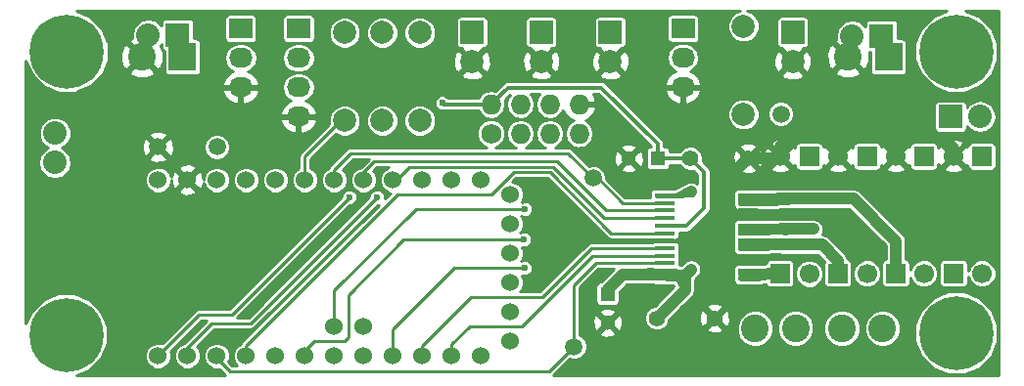
<source format=gbl>
G04 #@! TF.FileFunction,Copper,L2,Bot,Signal*
%FSLAX46Y46*%
G04 Gerber Fmt 4.6, Leading zero omitted, Abs format (unit mm)*
G04 Created by KiCad (PCBNEW 4.0.5) date Thursday, March 02, 2017 'AMt' 11:59:14 AM*
%MOMM*%
%LPD*%
G01*
G04 APERTURE LIST*
%ADD10C,0.100000*%
%ADD11C,1.524000*%
%ADD12C,6.400000*%
%ADD13C,1.727200*%
%ADD14O,1.727200X1.727200*%
%ADD15C,2.000000*%
%ADD16R,2.000000X2.000000*%
%ADD17C,1.400000*%
%ADD18R,1.300000X1.300000*%
%ADD19C,1.300000*%
%ADD20C,2.400000*%
%ADD21C,1.699260*%
%ADD22R,1.699260X1.699260*%
%ADD23R,2.400000X2.400000*%
%ADD24R,2.032000X1.727200*%
%ADD25O,2.032000X1.727200*%
%ADD26R,1.750000X0.450000*%
%ADD27C,2.032000*%
%ADD28O,2.032000X2.032000*%
%ADD29R,2.032000X2.032000*%
%ADD30C,1.998980*%
%ADD31C,1.500000*%
%ADD32C,0.600000*%
%ADD33C,1.000000*%
%ADD34C,0.375000*%
%ADD35C,0.500000*%
%ADD36C,0.250000*%
%ADD37C,0.254000*%
G04 APERTURE END LIST*
D10*
D11*
X111847200Y-130360800D03*
X114387200Y-130360800D03*
X116927200Y-130360800D03*
X119467200Y-130360800D03*
X122007200Y-130360800D03*
X124547200Y-130360800D03*
X127087200Y-130360800D03*
X129627200Y-130360800D03*
X132167200Y-130360800D03*
X134707200Y-130360800D03*
X137247200Y-130360800D03*
X139787200Y-130360800D03*
X127087200Y-127820800D03*
X129627200Y-127820800D03*
X111847200Y-115120800D03*
X114387200Y-115120800D03*
X116927200Y-115120800D03*
X119467200Y-115120800D03*
X122007200Y-115120800D03*
X124547200Y-115120800D03*
X127087200Y-115120800D03*
X129627200Y-115120800D03*
X132167200Y-115120800D03*
X134707200Y-115120800D03*
X137247200Y-115120800D03*
X139787200Y-115120800D03*
X142327200Y-116390800D03*
X142327200Y-118930800D03*
X142327200Y-121470800D03*
X142327200Y-124010800D03*
X142327200Y-126550800D03*
X142327200Y-129090800D03*
D12*
X103997200Y-103990800D03*
D13*
X140677200Y-111120800D03*
D14*
X140677200Y-108580800D03*
X143217200Y-111120800D03*
X143217200Y-108580800D03*
X145757200Y-111120800D03*
X145757200Y-108580800D03*
X148297200Y-111120800D03*
X148297200Y-108580800D03*
D15*
X139027200Y-104860800D03*
D16*
X139027200Y-102320800D03*
D17*
X157907200Y-113260800D03*
X162907200Y-113260800D03*
D18*
X150740000Y-125000000D03*
D19*
X150740000Y-127500000D03*
D15*
X166747200Y-104860800D03*
D16*
X166747200Y-102320800D03*
D18*
X155077200Y-113260800D03*
D19*
X152577200Y-113260800D03*
D20*
X174517200Y-127990800D03*
X171017200Y-127990800D03*
D17*
X154987200Y-127100800D03*
X159987200Y-127100800D03*
D21*
X183122540Y-123240520D03*
D22*
X183122540Y-113080520D03*
D21*
X180657460Y-113059480D03*
D22*
X180657460Y-123219480D03*
D21*
X178102540Y-123240520D03*
D22*
X178102540Y-113080520D03*
D21*
X175667460Y-113059480D03*
D22*
X175667460Y-123219480D03*
D21*
X173192540Y-123240520D03*
D22*
X173192540Y-113080520D03*
D21*
X170664660Y-113070280D03*
D22*
X170664660Y-123230280D03*
D21*
X168189740Y-123251320D03*
D22*
X168189740Y-113091320D03*
D21*
X165664660Y-113070280D03*
D22*
X165664660Y-123230280D03*
D20*
X110477200Y-104470800D03*
D23*
X113977200Y-104470800D03*
D20*
X167007200Y-127990800D03*
X163507200Y-127990800D03*
X171537200Y-104470800D03*
D23*
X175037200Y-104470800D03*
D24*
X124017200Y-102010800D03*
D25*
X124017200Y-104550800D03*
X124017200Y-107090800D03*
X124017200Y-109630800D03*
D24*
X119017200Y-102010800D03*
D25*
X119017200Y-104550800D03*
X119017200Y-107090800D03*
D24*
X157257200Y-102000800D03*
D25*
X157257200Y-104540800D03*
X157257200Y-107080800D03*
D26*
X162897200Y-116485800D03*
X162897200Y-117135800D03*
X162897200Y-117785800D03*
X162897200Y-118435800D03*
X162897200Y-119085800D03*
X162897200Y-119735800D03*
X162897200Y-120385800D03*
X162897200Y-121035800D03*
X162897200Y-121685800D03*
X162897200Y-122335800D03*
X162897200Y-122985800D03*
X162897200Y-123635800D03*
X155697200Y-123635800D03*
X155697200Y-122985800D03*
X155697200Y-122335800D03*
X155697200Y-121685800D03*
X155697200Y-121035800D03*
X155697200Y-120385800D03*
X155697200Y-119735800D03*
X155697200Y-119085800D03*
X155697200Y-118435800D03*
X155697200Y-117785800D03*
X155697200Y-117135800D03*
X155697200Y-116485800D03*
D12*
X103917200Y-128550800D03*
X180897200Y-128390800D03*
X180897200Y-103990800D03*
D27*
X102947200Y-111080800D03*
D28*
X102947200Y-113620800D03*
D29*
X180417200Y-109640800D03*
D28*
X182957200Y-109640800D03*
D15*
X145007200Y-104860800D03*
D16*
X145007200Y-102320800D03*
D15*
X150987200Y-104860800D03*
D16*
X150987200Y-102320800D03*
D30*
X134497200Y-109990800D03*
X134497200Y-102370800D03*
X131257200Y-109990800D03*
X131257200Y-102370800D03*
X128017200Y-109990800D03*
X128017200Y-102370800D03*
X162497200Y-109440800D03*
X162497200Y-101820800D03*
D29*
X113560000Y-102560000D03*
D28*
X111020000Y-102560000D03*
D29*
X174430000Y-102640000D03*
D28*
X171890000Y-102640000D03*
D31*
X111850000Y-112260000D03*
X165740000Y-109410000D03*
X116970000Y-112260000D03*
X147840000Y-129570000D03*
X149500000Y-114990000D03*
D32*
X157977200Y-122880800D03*
X157977200Y-116150800D03*
X168560000Y-119380000D03*
X128417200Y-116620800D03*
X136460000Y-108460000D03*
X143560000Y-122760000D03*
X143520000Y-120280000D03*
X130817200Y-116620800D03*
X143600000Y-117650000D03*
D33*
X150740000Y-125000000D02*
X150740000Y-124620000D01*
X150740000Y-124620000D02*
X152050000Y-123310000D01*
X152050000Y-123310000D02*
X154080000Y-123310000D01*
X157437200Y-124650800D02*
X154987200Y-127100800D01*
X157437200Y-123420800D02*
X157437200Y-124650800D01*
X157977200Y-122880800D02*
X157437200Y-123420800D01*
X157977200Y-116150800D02*
X157967200Y-116140800D01*
X157967200Y-116140800D02*
X157957200Y-116140800D01*
D34*
X157957200Y-116140800D02*
X157967200Y-116140800D01*
D35*
X160560000Y-119450000D02*
X160560000Y-119910000D01*
X160020000Y-120450000D02*
X157640000Y-120450000D01*
X160560000Y-119910000D02*
X160020000Y-120450000D01*
D33*
X162907200Y-113260800D02*
X162907200Y-113272800D01*
X162907200Y-113272800D02*
X160560000Y-115620000D01*
X160560000Y-115620000D02*
X160560000Y-119450000D01*
X160560000Y-119450000D02*
X160560000Y-121930000D01*
X162907200Y-113260800D02*
X165474140Y-113260800D01*
X165474140Y-113260800D02*
X165664660Y-113070280D01*
X180657460Y-113059480D02*
X180657460Y-112397460D01*
X180657460Y-112397460D02*
X179750000Y-111490000D01*
X179750000Y-111490000D02*
X176384920Y-111490000D01*
X176384920Y-111490000D02*
X175667460Y-112207460D01*
X175667460Y-112207460D02*
X175667460Y-113059480D01*
X170664660Y-113070280D02*
X170664660Y-112665340D01*
X170664660Y-112665340D02*
X171820000Y-111510000D01*
X174970000Y-111510000D02*
X175667460Y-112207460D01*
X171820000Y-111510000D02*
X174970000Y-111510000D01*
X165664660Y-113070280D02*
X165664660Y-112245340D01*
X165664660Y-112245340D02*
X166530000Y-111380000D01*
X166530000Y-111380000D02*
X169820000Y-111380000D01*
X169820000Y-111380000D02*
X170664660Y-112224660D01*
X170664660Y-112224660D02*
X170664660Y-113070280D01*
X162907200Y-113450800D02*
X162907200Y-113260800D01*
X168560000Y-119380000D02*
X165770000Y-119380000D01*
X175667460Y-123219480D02*
X175667460Y-120437460D01*
X171990000Y-116760000D02*
X165540000Y-116760000D01*
X175667460Y-120437460D02*
X171990000Y-116760000D01*
X170664660Y-123230280D02*
X170664660Y-122104660D01*
X169290000Y-120730000D02*
X165710000Y-120730000D01*
X170664660Y-122104660D02*
X169290000Y-120730000D01*
X165664660Y-123230280D02*
X164679720Y-123230280D01*
X164679720Y-123230280D02*
X164650000Y-123260000D01*
D34*
X165664660Y-123230280D02*
X165597720Y-123230280D01*
X165597720Y-123230280D02*
X165457200Y-123370800D01*
X165664660Y-123230280D02*
X165664660Y-123533340D01*
X165664660Y-123230280D02*
X165576680Y-123230280D01*
X165576680Y-123230280D02*
X165297200Y-122950800D01*
D36*
X128417200Y-116620800D02*
X118247200Y-126790800D01*
X118247200Y-126790800D02*
X115417200Y-126790800D01*
X115417200Y-126790800D02*
X111847200Y-130360800D01*
D34*
X131257200Y-109990800D02*
X130437200Y-109990800D01*
D36*
X149500000Y-114990000D02*
X149890000Y-114990000D01*
X149890000Y-114990000D02*
X152035800Y-117135800D01*
X152035800Y-117135800D02*
X155697200Y-117135800D01*
X127087200Y-115120800D02*
X127087200Y-114242800D01*
X147320000Y-112810000D02*
X149500000Y-114990000D01*
X128520000Y-112810000D02*
X147320000Y-112810000D01*
X127087200Y-114242800D02*
X128520000Y-112810000D01*
X155602200Y-117040800D02*
X155697200Y-117135800D01*
X147840000Y-129570000D02*
X147840000Y-124240000D01*
X149744200Y-122335800D02*
X155697200Y-122335800D01*
X147840000Y-124240000D02*
X149744200Y-122335800D01*
X116927200Y-130360800D02*
X116927200Y-130557200D01*
X116927200Y-130557200D02*
X118080000Y-131710000D01*
X145700000Y-131710000D02*
X147840000Y-129570000D01*
X118080000Y-131710000D02*
X145700000Y-131710000D01*
X116927200Y-130360800D02*
X116927200Y-130947200D01*
X129627200Y-115120800D02*
X129627200Y-114482800D01*
X129627200Y-114482800D02*
X130570000Y-113540000D01*
X130570000Y-113540000D02*
X146340000Y-113540000D01*
X146340000Y-113540000D02*
X150585800Y-117785800D01*
X150585800Y-117785800D02*
X155697200Y-117785800D01*
X132167200Y-115120800D02*
X132449200Y-115120800D01*
X132449200Y-115120800D02*
X133579998Y-113990002D01*
X150475800Y-118435800D02*
X155697200Y-118435800D01*
X146030002Y-113990002D02*
X150475800Y-118435800D01*
X133579998Y-113990002D02*
X146030002Y-113990002D01*
X132167200Y-115120800D02*
X132750800Y-115120800D01*
X132167200Y-115120800D02*
X132307200Y-115120800D01*
X132167200Y-115120800D02*
X132167200Y-115150800D01*
X132167200Y-115120800D02*
X132167200Y-115100800D01*
D34*
X136580800Y-108580800D02*
X140677200Y-108580800D01*
X136460000Y-108460000D02*
X136580800Y-108580800D01*
D36*
X124017200Y-102010800D02*
X124050800Y-102010800D01*
D34*
X140649200Y-108580800D02*
X142110000Y-107120000D01*
X142110000Y-107120000D02*
X150170000Y-107120000D01*
X150170000Y-107120000D02*
X155077200Y-112027200D01*
X155077200Y-112027200D02*
X155077200Y-113260800D01*
X157907200Y-113260800D02*
X155077200Y-113260800D01*
X155697200Y-119085800D02*
X157582200Y-119085800D01*
X159077200Y-114430800D02*
X157907200Y-113260800D01*
X159077200Y-117590800D02*
X159077200Y-114430800D01*
X157582200Y-119085800D02*
X159077200Y-117590800D01*
D36*
X119467200Y-130360800D02*
X119467200Y-129482800D01*
X119467200Y-129482800D02*
X132590000Y-116360000D01*
X132590000Y-116360000D02*
X140690004Y-116360000D01*
X140690004Y-116360000D02*
X142610000Y-114440004D01*
X142610000Y-114440004D02*
X145760004Y-114440004D01*
X145760004Y-114440004D02*
X151055800Y-119735800D01*
X151055800Y-119735800D02*
X155697200Y-119735800D01*
X119467200Y-130360800D02*
X119467200Y-130162800D01*
X134707200Y-130360800D02*
X134707200Y-129522800D01*
X149324200Y-121035800D02*
X155697200Y-121035800D01*
X145090000Y-125270000D02*
X149324200Y-121035800D01*
X138960000Y-125270000D02*
X145090000Y-125270000D01*
X134707200Y-129522800D02*
X138960000Y-125270000D01*
X134707200Y-130360800D02*
X134707200Y-129630800D01*
X137247200Y-130360800D02*
X137247200Y-129372800D01*
X149394200Y-121685800D02*
X155697200Y-121685800D01*
X143290000Y-127790000D02*
X149394200Y-121685800D01*
X138830000Y-127790000D02*
X143290000Y-127790000D01*
X137247200Y-129372800D02*
X138830000Y-127790000D01*
X132167200Y-130360800D02*
X132167200Y-128092800D01*
X132167200Y-128092800D02*
X137500000Y-122760000D01*
X137500000Y-122760000D02*
X143560000Y-122760000D01*
X157257200Y-104540800D02*
X157257200Y-104680800D01*
X124547200Y-129922800D02*
X125390000Y-129080000D01*
X125390000Y-129080000D02*
X127980000Y-129080000D01*
X127980000Y-129080000D02*
X128320000Y-128740000D01*
X128320000Y-128740000D02*
X128320000Y-125080000D01*
X128320000Y-125080000D02*
X133120000Y-120280000D01*
X133120000Y-120280000D02*
X143520000Y-120280000D01*
X124547200Y-130360800D02*
X124547200Y-129922800D01*
X124547200Y-130360800D02*
X124547200Y-130002800D01*
X124547200Y-130360800D02*
X124547200Y-129952800D01*
X124547200Y-115120800D02*
X124547200Y-113110800D01*
X124547200Y-113110800D02*
X127667200Y-109990800D01*
X127667200Y-109990800D02*
X128017200Y-109990800D01*
X114387200Y-129670800D02*
X116507200Y-127550800D01*
X116507200Y-127550800D02*
X119887200Y-127550800D01*
X119887200Y-127550800D02*
X130817200Y-116620800D01*
X114387200Y-130360800D02*
X114387200Y-129670800D01*
D34*
X114387200Y-130360800D02*
X114387200Y-130200800D01*
D36*
X127087200Y-127820800D02*
X127087200Y-124712800D01*
X127087200Y-124712800D02*
X134150000Y-117650000D01*
X134150000Y-117650000D02*
X143600000Y-117650000D01*
X127060000Y-127710000D02*
X127087200Y-127820800D01*
X127087200Y-127820800D02*
X127087200Y-127730800D01*
D37*
G36*
X154692486Y-122867938D02*
X154822200Y-122894206D01*
X156571656Y-122894206D01*
X157463026Y-123094309D01*
X157660200Y-123362466D01*
X157660200Y-123567611D01*
X157112221Y-124544444D01*
X156873855Y-123990594D01*
X156851846Y-123956117D01*
X156681846Y-123766117D01*
X156641442Y-123735966D01*
X156591527Y-123723874D01*
X154831577Y-123663876D01*
X154831577Y-123663875D01*
X153442051Y-123615960D01*
X153207233Y-123305171D01*
X153600997Y-122934569D01*
X154686660Y-122863957D01*
X154692486Y-122867938D01*
X154692486Y-122867938D01*
G37*
X154692486Y-122867938D02*
X154822200Y-122894206D01*
X156571656Y-122894206D01*
X157463026Y-123094309D01*
X157660200Y-123362466D01*
X157660200Y-123567611D01*
X157112221Y-124544444D01*
X156873855Y-123990594D01*
X156851846Y-123956117D01*
X156681846Y-123766117D01*
X156641442Y-123735966D01*
X156591527Y-123723874D01*
X154831577Y-123663876D01*
X154831577Y-123663875D01*
X153442051Y-123615960D01*
X153207233Y-123305171D01*
X153600997Y-122934569D01*
X154686660Y-122863957D01*
X154692486Y-122867938D01*
G36*
X166406532Y-116416166D02*
X166429203Y-117149171D01*
X164487193Y-117242988D01*
X163836189Y-117240352D01*
X163772200Y-117227394D01*
X162147000Y-117227394D01*
X162147000Y-116385988D01*
X165764668Y-116357047D01*
X166406532Y-116416166D01*
X166406532Y-116416166D01*
G37*
X166406532Y-116416166D02*
X166429203Y-117149171D01*
X164487193Y-117242988D01*
X163836189Y-117240352D01*
X163772200Y-117227394D01*
X162147000Y-117227394D01*
X162147000Y-116385988D01*
X165764668Y-116357047D01*
X166406532Y-116416166D01*
G36*
X161716237Y-100649795D02*
X161327560Y-101037794D01*
X161116951Y-101544999D01*
X161116471Y-102094192D01*
X161326195Y-102601763D01*
X161714194Y-102990440D01*
X162221399Y-103201049D01*
X162770592Y-103201529D01*
X163278163Y-102991805D01*
X163666840Y-102603806D01*
X163877449Y-102096601D01*
X163877929Y-101547408D01*
X163784297Y-101320800D01*
X165358736Y-101320800D01*
X165358736Y-103320800D01*
X165385303Y-103461990D01*
X165468746Y-103591665D01*
X165596066Y-103678659D01*
X165747200Y-103709264D01*
X165775269Y-103709264D01*
X166747200Y-104681195D01*
X167719131Y-103709264D01*
X167747200Y-103709264D01*
X167888390Y-103682697D01*
X168018065Y-103599254D01*
X168105059Y-103471934D01*
X168135664Y-103320800D01*
X168135664Y-103173625D01*
X170419630Y-103173625D01*
X171537200Y-104291195D01*
X171551343Y-104277053D01*
X171730948Y-104456658D01*
X171716805Y-104470800D01*
X172834375Y-105588370D01*
X173121988Y-105465235D01*
X173381907Y-104783066D01*
X173360986Y-104053357D01*
X173352111Y-104031931D01*
X173414000Y-104044464D01*
X173448736Y-104044464D01*
X173448736Y-105670800D01*
X173475303Y-105811990D01*
X173558746Y-105941665D01*
X173686066Y-106028659D01*
X173837200Y-106059264D01*
X176237200Y-106059264D01*
X176378390Y-106032697D01*
X176508065Y-105949254D01*
X176595059Y-105821934D01*
X176625664Y-105670800D01*
X176625664Y-103270800D01*
X176599097Y-103129610D01*
X176515654Y-102999935D01*
X176388334Y-102912941D01*
X176237200Y-102882336D01*
X175834464Y-102882336D01*
X175834464Y-101624000D01*
X175807897Y-101482810D01*
X175724454Y-101353135D01*
X175597134Y-101266141D01*
X175446000Y-101235536D01*
X173414000Y-101235536D01*
X173272810Y-101262103D01*
X173143135Y-101345546D01*
X173056141Y-101472866D01*
X173025536Y-101624000D01*
X173025536Y-101845863D01*
X172877828Y-101624803D01*
X172424609Y-101321971D01*
X171890000Y-101215631D01*
X171355391Y-101321971D01*
X170902172Y-101624803D01*
X170599340Y-102078022D01*
X170493000Y-102612631D01*
X170493000Y-102667369D01*
X170538481Y-102896018D01*
X170419630Y-103173625D01*
X168135664Y-103173625D01*
X168135664Y-101320800D01*
X168109097Y-101179610D01*
X168025654Y-101049935D01*
X167898334Y-100962941D01*
X167747200Y-100932336D01*
X165747200Y-100932336D01*
X165606010Y-100958903D01*
X165476335Y-101042346D01*
X165389341Y-101169666D01*
X165358736Y-101320800D01*
X163784297Y-101320800D01*
X163668205Y-101039837D01*
X163280206Y-100651160D01*
X162800092Y-100451800D01*
X180084872Y-100451800D01*
X178871376Y-100953206D01*
X177863146Y-101959678D01*
X177316823Y-103275370D01*
X177315580Y-104699980D01*
X177859606Y-106016624D01*
X178866078Y-107024854D01*
X180181770Y-107571177D01*
X181606380Y-107572420D01*
X182923024Y-107028394D01*
X183931254Y-106021922D01*
X184477577Y-104706230D01*
X184478820Y-103281620D01*
X183934794Y-101964976D01*
X182928322Y-100956746D01*
X181712277Y-100451800D01*
X184576200Y-100451800D01*
X184576200Y-132059800D01*
X146065792Y-132059800D01*
X147480316Y-130645276D01*
X147614043Y-130700804D01*
X148063983Y-130701196D01*
X148479823Y-130529375D01*
X148798256Y-130211497D01*
X148970804Y-129795957D01*
X148971196Y-129346017D01*
X148799375Y-128930177D01*
X148481497Y-128611744D01*
X148346000Y-128555480D01*
X148346000Y-128399016D01*
X150020590Y-128399016D01*
X150076271Y-128629611D01*
X150559078Y-128797622D01*
X151069428Y-128768083D01*
X151403729Y-128629611D01*
X151459410Y-128399016D01*
X150740000Y-127679605D01*
X150020590Y-128399016D01*
X148346000Y-128399016D01*
X148346000Y-127319078D01*
X149442378Y-127319078D01*
X149471917Y-127829428D01*
X149610389Y-128163729D01*
X149840984Y-128219410D01*
X150560395Y-127500000D01*
X150919605Y-127500000D01*
X151639016Y-128219410D01*
X151869611Y-128163729D01*
X152037622Y-127680922D01*
X152008083Y-127170572D01*
X151869611Y-126836271D01*
X151639016Y-126780590D01*
X150919605Y-127500000D01*
X150560395Y-127500000D01*
X149840984Y-126780590D01*
X149610389Y-126836271D01*
X149442378Y-127319078D01*
X148346000Y-127319078D01*
X148346000Y-126600984D01*
X150020590Y-126600984D01*
X150740000Y-127320395D01*
X151459410Y-126600984D01*
X151403729Y-126370389D01*
X150920922Y-126202378D01*
X150410572Y-126231917D01*
X150076271Y-126370389D01*
X150020590Y-126600984D01*
X148346000Y-126600984D01*
X148346000Y-124449592D01*
X149953792Y-122841800D01*
X151272278Y-122841800D01*
X150152542Y-123961536D01*
X150090000Y-123961536D01*
X149948810Y-123988103D01*
X149819135Y-124071546D01*
X149732141Y-124198866D01*
X149701536Y-124350000D01*
X149701536Y-125650000D01*
X149728103Y-125791190D01*
X149811546Y-125920865D01*
X149938866Y-126007859D01*
X150090000Y-126038464D01*
X151390000Y-126038464D01*
X151531190Y-126011897D01*
X151660865Y-125928454D01*
X151747859Y-125801134D01*
X151778464Y-125650000D01*
X151778464Y-124827458D01*
X152414922Y-124191000D01*
X154080000Y-124191000D01*
X154271687Y-124152871D01*
X154590892Y-124163878D01*
X154671066Y-124218659D01*
X154822200Y-124249264D01*
X156432130Y-124249264D01*
X156480478Y-124361600D01*
X154822422Y-126019656D01*
X154773119Y-126019613D01*
X154375663Y-126183838D01*
X154071307Y-126487663D01*
X153906388Y-126884832D01*
X153906013Y-127314881D01*
X154070238Y-127712337D01*
X154374063Y-128016693D01*
X154771232Y-128181612D01*
X155201281Y-128181987D01*
X155554416Y-128036075D01*
X159231531Y-128036075D01*
X159293369Y-128271842D01*
X159794322Y-128448219D01*
X160324640Y-128419464D01*
X160603633Y-128303901D01*
X161925926Y-128303901D01*
X162166112Y-128885195D01*
X162610466Y-129330325D01*
X163191340Y-129571525D01*
X163820301Y-129572074D01*
X164401595Y-129331888D01*
X164846725Y-128887534D01*
X165087925Y-128306660D01*
X165087927Y-128303901D01*
X165425926Y-128303901D01*
X165666112Y-128885195D01*
X166110466Y-129330325D01*
X166691340Y-129571525D01*
X167320301Y-129572074D01*
X167901595Y-129331888D01*
X168346725Y-128887534D01*
X168587925Y-128306660D01*
X168587927Y-128303901D01*
X169435926Y-128303901D01*
X169676112Y-128885195D01*
X170120466Y-129330325D01*
X170701340Y-129571525D01*
X171330301Y-129572074D01*
X171911595Y-129331888D01*
X172356725Y-128887534D01*
X172597925Y-128306660D01*
X172597927Y-128303901D01*
X172935926Y-128303901D01*
X173176112Y-128885195D01*
X173620466Y-129330325D01*
X174201340Y-129571525D01*
X174830301Y-129572074D01*
X175411595Y-129331888D01*
X175643907Y-129099980D01*
X177315580Y-129099980D01*
X177859606Y-130416624D01*
X178866078Y-131424854D01*
X180181770Y-131971177D01*
X181606380Y-131972420D01*
X182923024Y-131428394D01*
X183931254Y-130421922D01*
X184477577Y-129106230D01*
X184478820Y-127681620D01*
X183934794Y-126364976D01*
X182928322Y-125356746D01*
X181612630Y-124810423D01*
X180188020Y-124809180D01*
X178871376Y-125353206D01*
X177863146Y-126359678D01*
X177316823Y-127675370D01*
X177315580Y-129099980D01*
X175643907Y-129099980D01*
X175856725Y-128887534D01*
X176097925Y-128306660D01*
X176098474Y-127677699D01*
X175858288Y-127096405D01*
X175413934Y-126651275D01*
X174833060Y-126410075D01*
X174204099Y-126409526D01*
X173622805Y-126649712D01*
X173177675Y-127094066D01*
X172936475Y-127674940D01*
X172935926Y-128303901D01*
X172597927Y-128303901D01*
X172598474Y-127677699D01*
X172358288Y-127096405D01*
X171913934Y-126651275D01*
X171333060Y-126410075D01*
X170704099Y-126409526D01*
X170122805Y-126649712D01*
X169677675Y-127094066D01*
X169436475Y-127674940D01*
X169435926Y-128303901D01*
X168587927Y-128303901D01*
X168588474Y-127677699D01*
X168348288Y-127096405D01*
X167903934Y-126651275D01*
X167323060Y-126410075D01*
X166694099Y-126409526D01*
X166112805Y-126649712D01*
X165667675Y-127094066D01*
X165426475Y-127674940D01*
X165425926Y-128303901D01*
X165087927Y-128303901D01*
X165088474Y-127677699D01*
X164848288Y-127096405D01*
X164403934Y-126651275D01*
X163823060Y-126410075D01*
X163194099Y-126409526D01*
X162612805Y-126649712D01*
X162167675Y-127094066D01*
X161926475Y-127674940D01*
X161925926Y-128303901D01*
X160603633Y-128303901D01*
X160681031Y-128271842D01*
X160742869Y-128036075D01*
X159987200Y-127280405D01*
X159231531Y-128036075D01*
X155554416Y-128036075D01*
X155598737Y-128017762D01*
X155903093Y-127713937D01*
X156068012Y-127316768D01*
X156068056Y-127265866D01*
X156426000Y-126907922D01*
X158639781Y-126907922D01*
X158668536Y-127438240D01*
X158816158Y-127794631D01*
X159051925Y-127856469D01*
X159807595Y-127100800D01*
X160166805Y-127100800D01*
X160922475Y-127856469D01*
X161158242Y-127794631D01*
X161334619Y-127293678D01*
X161305864Y-126763360D01*
X161158242Y-126406969D01*
X160922475Y-126345131D01*
X160166805Y-127100800D01*
X159807595Y-127100800D01*
X159051925Y-126345131D01*
X158816158Y-126406969D01*
X158639781Y-126907922D01*
X156426000Y-126907922D01*
X157168397Y-126165525D01*
X159231531Y-126165525D01*
X159987200Y-126921195D01*
X160742869Y-126165525D01*
X160681031Y-125929758D01*
X160180078Y-125753381D01*
X159649760Y-125782136D01*
X159293369Y-125929758D01*
X159231531Y-126165525D01*
X157168397Y-126165525D01*
X158060161Y-125273761D01*
X158251138Y-124987944D01*
X158318200Y-124650800D01*
X158318200Y-123785722D01*
X158600161Y-123503761D01*
X158791138Y-123217944D01*
X158858200Y-122880800D01*
X158834331Y-122760800D01*
X161633736Y-122760800D01*
X161633736Y-123210800D01*
X161653243Y-123314470D01*
X161633736Y-123410800D01*
X161633736Y-123860800D01*
X161660303Y-124001990D01*
X161743746Y-124131665D01*
X161765743Y-124146695D01*
X161781598Y-124170410D01*
X161907949Y-124253529D01*
X162056683Y-124280941D01*
X163766683Y-124250941D01*
X163820038Y-124246240D01*
X164439270Y-124147426D01*
X164453133Y-124221100D01*
X164536576Y-124350775D01*
X164663896Y-124437769D01*
X164815030Y-124468374D01*
X166514290Y-124468374D01*
X166655480Y-124441807D01*
X166785155Y-124358364D01*
X166872149Y-124231044D01*
X166902754Y-124079910D01*
X166902754Y-123495033D01*
X166958897Y-123495033D01*
X167145855Y-123947505D01*
X167491734Y-124293989D01*
X167943879Y-124481735D01*
X168433453Y-124482163D01*
X168885925Y-124295205D01*
X169232409Y-123949326D01*
X169420155Y-123497181D01*
X169420583Y-123007607D01*
X169233625Y-122555135D01*
X168887746Y-122208651D01*
X168435601Y-122020905D01*
X167946027Y-122020477D01*
X167493555Y-122207435D01*
X167147071Y-122553314D01*
X166959325Y-123005459D01*
X166958897Y-123495033D01*
X166902754Y-123495033D01*
X166902754Y-122380650D01*
X166876187Y-122239460D01*
X166792744Y-122109785D01*
X166665424Y-122022791D01*
X166514290Y-121992186D01*
X164815030Y-121992186D01*
X164673840Y-122018753D01*
X164544165Y-122102196D01*
X164457171Y-122229516D01*
X164426566Y-122380650D01*
X164426566Y-122388012D01*
X163826176Y-122383266D01*
X163772200Y-122372336D01*
X162443498Y-122372336D01*
X162023012Y-122369012D01*
X161872314Y-122398788D01*
X161747308Y-122483917D01*
X161696581Y-122562481D01*
X161664341Y-122609666D01*
X161633736Y-122760800D01*
X158834331Y-122760800D01*
X158791138Y-122543656D01*
X158600161Y-122257839D01*
X158314344Y-122066862D01*
X157977200Y-121999800D01*
X157640056Y-122066862D01*
X157354239Y-122257839D01*
X157116258Y-122495820D01*
X156960664Y-122460891D01*
X156960664Y-122110800D01*
X156941157Y-122007130D01*
X156960664Y-121910800D01*
X156960664Y-121460800D01*
X156941157Y-121357130D01*
X156960664Y-121260800D01*
X156960664Y-120810800D01*
X156934097Y-120669610D01*
X156850654Y-120539935D01*
X156723334Y-120452941D01*
X156572200Y-120422336D01*
X154822200Y-120422336D01*
X154681010Y-120448903D01*
X154555292Y-120529800D01*
X149324200Y-120529800D01*
X149130562Y-120568317D01*
X148966404Y-120678004D01*
X144880408Y-124764000D01*
X143190543Y-124764000D01*
X143295623Y-124659103D01*
X143470001Y-124239154D01*
X143470398Y-123784441D01*
X143308664Y-123393012D01*
X143423946Y-123440882D01*
X143694865Y-123441118D01*
X143945252Y-123337661D01*
X144136987Y-123146259D01*
X144240882Y-122896054D01*
X144241118Y-122625135D01*
X144137661Y-122374748D01*
X143946259Y-122183013D01*
X143696054Y-122079118D01*
X143425135Y-122078882D01*
X143272905Y-122141782D01*
X143295623Y-122119103D01*
X143470001Y-121699154D01*
X143470398Y-121244441D01*
X143346874Y-120945488D01*
X143383946Y-120960882D01*
X143654865Y-120961118D01*
X143905252Y-120857661D01*
X144096987Y-120666259D01*
X144200882Y-120416054D01*
X144201118Y-120145135D01*
X144097661Y-119894748D01*
X143906259Y-119703013D01*
X143656054Y-119599118D01*
X143385135Y-119598882D01*
X143198602Y-119675955D01*
X143295623Y-119579103D01*
X143470001Y-119159154D01*
X143470398Y-118704441D01*
X143296754Y-118284188D01*
X143257998Y-118245364D01*
X143463946Y-118330882D01*
X143734865Y-118331118D01*
X143985252Y-118227661D01*
X144176987Y-118036259D01*
X144280882Y-117786054D01*
X144281118Y-117515135D01*
X144177661Y-117264748D01*
X143986259Y-117073013D01*
X143736054Y-116969118D01*
X143465135Y-116968882D01*
X143295714Y-117038885D01*
X143470001Y-116619154D01*
X143470398Y-116164441D01*
X143296754Y-115744188D01*
X142975503Y-115422377D01*
X142555554Y-115247999D01*
X142517630Y-115247966D01*
X142819592Y-114946004D01*
X145550412Y-114946004D01*
X150698004Y-120093596D01*
X150862162Y-120203283D01*
X151055800Y-120241800D01*
X154558579Y-120241800D01*
X154671066Y-120318659D01*
X154822200Y-120349264D01*
X156572200Y-120349264D01*
X156713390Y-120322697D01*
X156843065Y-120239254D01*
X156890119Y-120170387D01*
X161629142Y-120170387D01*
X161633736Y-120338834D01*
X161633736Y-120610800D01*
X161642411Y-120656901D01*
X161645080Y-120754781D01*
X161633736Y-120810800D01*
X161633736Y-121260800D01*
X161660303Y-121401990D01*
X161743746Y-121531665D01*
X161871066Y-121618659D01*
X162022200Y-121649264D01*
X163772200Y-121649264D01*
X163881922Y-121628618D01*
X165565980Y-121582353D01*
X165710000Y-121611000D01*
X168925078Y-121611000D01*
X169492252Y-122178174D01*
X169457171Y-122229516D01*
X169426566Y-122380650D01*
X169426566Y-124079910D01*
X169453133Y-124221100D01*
X169536576Y-124350775D01*
X169663896Y-124437769D01*
X169815030Y-124468374D01*
X171514290Y-124468374D01*
X171655480Y-124441807D01*
X171785155Y-124358364D01*
X171872149Y-124231044D01*
X171902754Y-124079910D01*
X171902754Y-123484233D01*
X171961697Y-123484233D01*
X172148655Y-123936705D01*
X172494534Y-124283189D01*
X172946679Y-124470935D01*
X173436253Y-124471363D01*
X173888725Y-124284405D01*
X174235209Y-123938526D01*
X174422955Y-123486381D01*
X174423383Y-122996807D01*
X174236425Y-122544335D01*
X173890546Y-122197851D01*
X173438401Y-122010105D01*
X172948827Y-122009677D01*
X172496355Y-122196635D01*
X172149871Y-122542514D01*
X171962125Y-122994659D01*
X171961697Y-123484233D01*
X171902754Y-123484233D01*
X171902754Y-122380650D01*
X171876187Y-122239460D01*
X171792744Y-122109785D01*
X171665424Y-122022791D01*
X171523665Y-121994085D01*
X171478598Y-121767516D01*
X171287621Y-121481699D01*
X169912961Y-120107039D01*
X169627144Y-119916062D01*
X169290000Y-119849000D01*
X169285835Y-119849000D01*
X169373938Y-119717144D01*
X169441000Y-119380000D01*
X169373938Y-119042856D01*
X169182961Y-118757039D01*
X168897144Y-118566062D01*
X168560000Y-118499000D01*
X166082516Y-118499000D01*
X163784969Y-118469032D01*
X163775646Y-118469025D01*
X163485934Y-118472336D01*
X162022200Y-118472336D01*
X161881010Y-118498903D01*
X161751335Y-118582346D01*
X161664341Y-118709666D01*
X161633736Y-118860800D01*
X161633736Y-119310800D01*
X161649000Y-119391920D01*
X161649000Y-119435423D01*
X161633736Y-119510800D01*
X161633736Y-119960800D01*
X161650313Y-120048900D01*
X161629142Y-120170387D01*
X156890119Y-120170387D01*
X156930059Y-120111934D01*
X156960664Y-119960800D01*
X156960664Y-119654300D01*
X157582200Y-119654300D01*
X157799756Y-119611026D01*
X157984190Y-119487790D01*
X159479190Y-117992790D01*
X159602426Y-117808356D01*
X159645700Y-117590800D01*
X159645700Y-116260800D01*
X161633736Y-116260800D01*
X161633736Y-116710800D01*
X161639000Y-116738775D01*
X161639000Y-116884805D01*
X161633736Y-116910800D01*
X161633736Y-117360800D01*
X161660303Y-117501990D01*
X161743746Y-117631665D01*
X161871066Y-117718659D01*
X162022200Y-117749264D01*
X163772200Y-117749264D01*
X163778270Y-117748122D01*
X164488458Y-117750997D01*
X164508384Y-117750556D01*
X166578384Y-117650556D01*
X166620024Y-117641000D01*
X171625078Y-117641000D01*
X174786460Y-120802382D01*
X174786460Y-121987289D01*
X174676640Y-122007953D01*
X174546965Y-122091396D01*
X174459971Y-122218716D01*
X174429366Y-122369850D01*
X174429366Y-124069110D01*
X174455933Y-124210300D01*
X174539376Y-124339975D01*
X174666696Y-124426969D01*
X174817830Y-124457574D01*
X176517090Y-124457574D01*
X176658280Y-124431007D01*
X176787955Y-124347564D01*
X176874949Y-124220244D01*
X176905554Y-124069110D01*
X176905554Y-123566173D01*
X177058655Y-123936705D01*
X177404534Y-124283189D01*
X177856679Y-124470935D01*
X178346253Y-124471363D01*
X178798725Y-124284405D01*
X179145209Y-123938526D01*
X179332955Y-123486381D01*
X179333383Y-122996807D01*
X179146425Y-122544335D01*
X178972245Y-122369850D01*
X179419366Y-122369850D01*
X179419366Y-124069110D01*
X179445933Y-124210300D01*
X179529376Y-124339975D01*
X179656696Y-124426969D01*
X179807830Y-124457574D01*
X181507090Y-124457574D01*
X181648280Y-124431007D01*
X181777955Y-124347564D01*
X181864949Y-124220244D01*
X181895554Y-124069110D01*
X181895554Y-123493568D01*
X182078655Y-123936705D01*
X182424534Y-124283189D01*
X182876679Y-124470935D01*
X183366253Y-124471363D01*
X183818725Y-124284405D01*
X184165209Y-123938526D01*
X184352955Y-123486381D01*
X184353383Y-122996807D01*
X184166425Y-122544335D01*
X183820546Y-122197851D01*
X183368401Y-122010105D01*
X182878827Y-122009677D01*
X182426355Y-122196635D01*
X182079871Y-122542514D01*
X181895554Y-122986401D01*
X181895554Y-122369850D01*
X181868987Y-122228660D01*
X181785544Y-122098985D01*
X181658224Y-122011991D01*
X181507090Y-121981386D01*
X179807830Y-121981386D01*
X179666640Y-122007953D01*
X179536965Y-122091396D01*
X179449971Y-122218716D01*
X179419366Y-122369850D01*
X178972245Y-122369850D01*
X178800546Y-122197851D01*
X178348401Y-122010105D01*
X177858827Y-122009677D01*
X177406355Y-122196635D01*
X177059871Y-122542514D01*
X176905554Y-122914153D01*
X176905554Y-122369850D01*
X176878987Y-122228660D01*
X176795544Y-122098985D01*
X176668224Y-122011991D01*
X176548460Y-121987739D01*
X176548460Y-120437460D01*
X176481398Y-120100316D01*
X176290421Y-119814499D01*
X172612961Y-116137039D01*
X172327144Y-115946062D01*
X171990000Y-115879000D01*
X166113222Y-115879000D01*
X165804944Y-115850606D01*
X165766952Y-115849012D01*
X162851452Y-115872336D01*
X162022200Y-115872336D01*
X161881010Y-115898903D01*
X161751335Y-115982346D01*
X161664341Y-116109666D01*
X161633736Y-116260800D01*
X159645700Y-116260800D01*
X159645700Y-114430800D01*
X159602426Y-114213244D01*
X159590954Y-114196075D01*
X162151531Y-114196075D01*
X162213369Y-114431842D01*
X162714322Y-114608219D01*
X163244640Y-114579464D01*
X163601031Y-114431842D01*
X163662869Y-114196075D01*
X163580765Y-114113970D01*
X164800575Y-114113970D01*
X164880802Y-114365233D01*
X165436027Y-114566630D01*
X166026059Y-114540221D01*
X166448518Y-114365233D01*
X166528745Y-114113970D01*
X165664660Y-113249885D01*
X164800575Y-114113970D01*
X163580765Y-114113970D01*
X162907200Y-113440405D01*
X162151531Y-114196075D01*
X159590954Y-114196075D01*
X159479190Y-114028810D01*
X158970154Y-113519774D01*
X158988012Y-113476768D01*
X158988368Y-113067922D01*
X161559781Y-113067922D01*
X161588536Y-113598240D01*
X161736158Y-113954631D01*
X161971925Y-114016469D01*
X162727595Y-113260800D01*
X163086805Y-113260800D01*
X163842475Y-114016469D01*
X164078242Y-113954631D01*
X164231284Y-113519955D01*
X164369707Y-113854138D01*
X164620970Y-113934365D01*
X165485055Y-113070280D01*
X165844265Y-113070280D01*
X166708350Y-113934365D01*
X166951646Y-113856682D01*
X166951646Y-113940950D01*
X166978213Y-114082140D01*
X167061656Y-114211815D01*
X167188976Y-114298809D01*
X167340110Y-114329414D01*
X169039370Y-114329414D01*
X169180560Y-114302847D01*
X169310235Y-114219404D01*
X169382274Y-114113970D01*
X169800575Y-114113970D01*
X169880802Y-114365233D01*
X170436027Y-114566630D01*
X171026059Y-114540221D01*
X171448518Y-114365233D01*
X171528745Y-114113970D01*
X170664660Y-113249885D01*
X169800575Y-114113970D01*
X169382274Y-114113970D01*
X169397229Y-114092084D01*
X169427834Y-113940950D01*
X169427834Y-113872698D01*
X169620970Y-113934365D01*
X170485055Y-113070280D01*
X170844265Y-113070280D01*
X171708350Y-113934365D01*
X171954446Y-113855788D01*
X171954446Y-113930150D01*
X171981013Y-114071340D01*
X172064456Y-114201015D01*
X172191776Y-114288009D01*
X172342910Y-114318614D01*
X174042170Y-114318614D01*
X174183360Y-114292047D01*
X174313035Y-114208604D01*
X174385074Y-114103170D01*
X174803375Y-114103170D01*
X174883602Y-114354433D01*
X175438827Y-114555830D01*
X176028859Y-114529421D01*
X176451318Y-114354433D01*
X176531545Y-114103170D01*
X175667460Y-113239085D01*
X174803375Y-114103170D01*
X174385074Y-114103170D01*
X174400029Y-114081284D01*
X174430634Y-113930150D01*
X174430634Y-113861898D01*
X174623770Y-113923565D01*
X175487855Y-113059480D01*
X175847065Y-113059480D01*
X176711150Y-113923565D01*
X176864446Y-113874618D01*
X176864446Y-113930150D01*
X176891013Y-114071340D01*
X176974456Y-114201015D01*
X177101776Y-114288009D01*
X177252910Y-114318614D01*
X178952170Y-114318614D01*
X179093360Y-114292047D01*
X179223035Y-114208604D01*
X179295074Y-114103170D01*
X179793375Y-114103170D01*
X179873602Y-114354433D01*
X180428827Y-114555830D01*
X181018859Y-114529421D01*
X181441318Y-114354433D01*
X181521545Y-114103170D01*
X180657460Y-113239085D01*
X179793375Y-114103170D01*
X179295074Y-114103170D01*
X179310029Y-114081284D01*
X179340634Y-113930150D01*
X179340634Y-113790532D01*
X179362507Y-113843338D01*
X179613770Y-113923565D01*
X180477855Y-113059480D01*
X180837065Y-113059480D01*
X181701150Y-113923565D01*
X181884446Y-113865040D01*
X181884446Y-113930150D01*
X181911013Y-114071340D01*
X181994456Y-114201015D01*
X182121776Y-114288009D01*
X182272910Y-114318614D01*
X183972170Y-114318614D01*
X184113360Y-114292047D01*
X184243035Y-114208604D01*
X184330029Y-114081284D01*
X184360634Y-113930150D01*
X184360634Y-112230890D01*
X184334067Y-112089700D01*
X184250624Y-111960025D01*
X184123304Y-111873031D01*
X183972170Y-111842426D01*
X182272910Y-111842426D01*
X182131720Y-111868993D01*
X182002045Y-111952436D01*
X181915051Y-112079756D01*
X181884446Y-112230890D01*
X181884446Y-112253920D01*
X181701150Y-112195395D01*
X180837065Y-113059480D01*
X180477855Y-113059480D01*
X179613770Y-112195395D01*
X179362507Y-112275622D01*
X179340634Y-112335923D01*
X179340634Y-112230890D01*
X179314067Y-112089700D01*
X179266508Y-112015790D01*
X179793375Y-112015790D01*
X180657460Y-112879875D01*
X181521545Y-112015790D01*
X181441318Y-111764527D01*
X180886093Y-111563130D01*
X180296061Y-111589539D01*
X179873602Y-111764527D01*
X179793375Y-112015790D01*
X179266508Y-112015790D01*
X179230624Y-111960025D01*
X179103304Y-111873031D01*
X178952170Y-111842426D01*
X177252910Y-111842426D01*
X177111720Y-111868993D01*
X176982045Y-111952436D01*
X176895051Y-112079756D01*
X176864446Y-112230890D01*
X176864446Y-112244342D01*
X176711150Y-112195395D01*
X175847065Y-113059480D01*
X175487855Y-113059480D01*
X174623770Y-112195395D01*
X174430634Y-112257062D01*
X174430634Y-112230890D01*
X174404067Y-112089700D01*
X174356508Y-112015790D01*
X174803375Y-112015790D01*
X175667460Y-112879875D01*
X176531545Y-112015790D01*
X176451318Y-111764527D01*
X175896093Y-111563130D01*
X175306061Y-111589539D01*
X174883602Y-111764527D01*
X174803375Y-112015790D01*
X174356508Y-112015790D01*
X174320624Y-111960025D01*
X174193304Y-111873031D01*
X174042170Y-111842426D01*
X172342910Y-111842426D01*
X172201720Y-111868993D01*
X172072045Y-111952436D01*
X171985051Y-112079756D01*
X171954446Y-112230890D01*
X171954446Y-112284772D01*
X171708350Y-112206195D01*
X170844265Y-113070280D01*
X170485055Y-113070280D01*
X169620970Y-112206195D01*
X169427834Y-112267862D01*
X169427834Y-112241690D01*
X169401267Y-112100500D01*
X169353708Y-112026590D01*
X169800575Y-112026590D01*
X170664660Y-112890675D01*
X171528745Y-112026590D01*
X171448518Y-111775327D01*
X170893293Y-111573930D01*
X170303261Y-111600339D01*
X169880802Y-111775327D01*
X169800575Y-112026590D01*
X169353708Y-112026590D01*
X169317824Y-111970825D01*
X169190504Y-111883831D01*
X169039370Y-111853226D01*
X167340110Y-111853226D01*
X167198920Y-111879793D01*
X167069245Y-111963236D01*
X166982251Y-112090556D01*
X166951646Y-112241690D01*
X166951646Y-112283878D01*
X166708350Y-112206195D01*
X165844265Y-113070280D01*
X165485055Y-113070280D01*
X164620970Y-112206195D01*
X164369707Y-112286422D01*
X164179378Y-112811133D01*
X164078242Y-112566969D01*
X163842475Y-112505131D01*
X163086805Y-113260800D01*
X162727595Y-113260800D01*
X161971925Y-112505131D01*
X161736158Y-112566969D01*
X161559781Y-113067922D01*
X158988368Y-113067922D01*
X158988387Y-113046719D01*
X158824162Y-112649263D01*
X158520337Y-112344907D01*
X158473660Y-112325525D01*
X162151531Y-112325525D01*
X162907200Y-113081195D01*
X163662869Y-112325525D01*
X163601031Y-112089758D01*
X163421619Y-112026590D01*
X164800575Y-112026590D01*
X165664660Y-112890675D01*
X166528745Y-112026590D01*
X166448518Y-111775327D01*
X165893293Y-111573930D01*
X165303261Y-111600339D01*
X164880802Y-111775327D01*
X164800575Y-112026590D01*
X163421619Y-112026590D01*
X163100078Y-111913381D01*
X162569760Y-111942136D01*
X162213369Y-112089758D01*
X162151531Y-112325525D01*
X158473660Y-112325525D01*
X158123168Y-112179988D01*
X157693119Y-112179613D01*
X157295663Y-112343838D01*
X156991307Y-112647663D01*
X156972772Y-112692300D01*
X156115664Y-112692300D01*
X156115664Y-112610800D01*
X156089097Y-112469610D01*
X156005654Y-112339935D01*
X155878334Y-112252941D01*
X155727200Y-112222336D01*
X155645700Y-112222336D01*
X155645700Y-112027200D01*
X155602426Y-111809644D01*
X155479190Y-111625210D01*
X153568172Y-109714192D01*
X161116471Y-109714192D01*
X161326195Y-110221763D01*
X161714194Y-110610440D01*
X162221399Y-110821049D01*
X162770592Y-110821529D01*
X163278163Y-110611805D01*
X163666840Y-110223806D01*
X163877449Y-109716601D01*
X163877521Y-109633983D01*
X164608804Y-109633983D01*
X164780625Y-110049823D01*
X165098503Y-110368256D01*
X165514043Y-110540804D01*
X165963983Y-110541196D01*
X166379823Y-110369375D01*
X166698256Y-110051497D01*
X166870804Y-109635957D01*
X166871196Y-109186017D01*
X166699375Y-108770177D01*
X166554252Y-108624800D01*
X179012736Y-108624800D01*
X179012736Y-110656800D01*
X179039303Y-110797990D01*
X179122746Y-110927665D01*
X179250066Y-111014659D01*
X179401200Y-111045264D01*
X181433200Y-111045264D01*
X181574390Y-111018697D01*
X181704065Y-110935254D01*
X181791059Y-110807934D01*
X181821664Y-110656800D01*
X181821664Y-110434937D01*
X181969372Y-110655997D01*
X182422591Y-110958829D01*
X182957200Y-111065169D01*
X183491809Y-110958829D01*
X183945028Y-110655997D01*
X184247860Y-110202778D01*
X184354200Y-109668169D01*
X184354200Y-109613431D01*
X184247860Y-109078822D01*
X183945028Y-108625603D01*
X183491809Y-108322771D01*
X182957200Y-108216431D01*
X182422591Y-108322771D01*
X181969372Y-108625603D01*
X181821664Y-108846663D01*
X181821664Y-108624800D01*
X181795097Y-108483610D01*
X181711654Y-108353935D01*
X181584334Y-108266941D01*
X181433200Y-108236336D01*
X179401200Y-108236336D01*
X179260010Y-108262903D01*
X179130335Y-108346346D01*
X179043341Y-108473666D01*
X179012736Y-108624800D01*
X166554252Y-108624800D01*
X166381497Y-108451744D01*
X165965957Y-108279196D01*
X165516017Y-108278804D01*
X165100177Y-108450625D01*
X164781744Y-108768503D01*
X164609196Y-109184043D01*
X164608804Y-109633983D01*
X163877521Y-109633983D01*
X163877929Y-109167408D01*
X163668205Y-108659837D01*
X163280206Y-108271160D01*
X162773001Y-108060551D01*
X162223808Y-108060071D01*
X161716237Y-108269795D01*
X161327560Y-108657794D01*
X161116951Y-109164999D01*
X161116471Y-109714192D01*
X153568172Y-109714192D01*
X151293806Y-107439826D01*
X155649842Y-107439826D01*
X155652491Y-107455591D01*
X155906468Y-107982836D01*
X156342880Y-108372754D01*
X156895287Y-108565984D01*
X157130200Y-108421724D01*
X157130200Y-107207800D01*
X157384200Y-107207800D01*
X157384200Y-108421724D01*
X157619113Y-108565984D01*
X158171520Y-108372754D01*
X158607932Y-107982836D01*
X158861909Y-107455591D01*
X158864558Y-107439826D01*
X158743417Y-107207800D01*
X157384200Y-107207800D01*
X157130200Y-107207800D01*
X155770983Y-107207800D01*
X155649842Y-107439826D01*
X151293806Y-107439826D01*
X150575754Y-106721774D01*
X155649842Y-106721774D01*
X155770983Y-106953800D01*
X157130200Y-106953800D01*
X157130200Y-106933800D01*
X157384200Y-106933800D01*
X157384200Y-106953800D01*
X158743417Y-106953800D01*
X158864558Y-106721774D01*
X158861909Y-106706009D01*
X158607932Y-106178764D01*
X158422774Y-106013332D01*
X165774273Y-106013332D01*
X165872936Y-106280187D01*
X166482661Y-106506708D01*
X167132660Y-106482656D01*
X167621464Y-106280187D01*
X167720127Y-106013332D01*
X166747200Y-105040405D01*
X165774273Y-106013332D01*
X158422774Y-106013332D01*
X158171520Y-105788846D01*
X157898957Y-105693504D01*
X157913257Y-105690660D01*
X158317034Y-105420865D01*
X158586829Y-105017088D01*
X158670537Y-104596261D01*
X165101292Y-104596261D01*
X165125344Y-105246260D01*
X165327813Y-105735064D01*
X165594668Y-105833727D01*
X166567595Y-104860800D01*
X166926805Y-104860800D01*
X167899732Y-105833727D01*
X168077572Y-105767975D01*
X170419630Y-105767975D01*
X170542765Y-106055588D01*
X171224934Y-106315507D01*
X171954643Y-106294586D01*
X172531635Y-106055588D01*
X172654770Y-105767975D01*
X171537200Y-104650405D01*
X170419630Y-105767975D01*
X168077572Y-105767975D01*
X168166587Y-105735064D01*
X168393108Y-105125339D01*
X168369056Y-104475340D01*
X168237831Y-104158534D01*
X169692493Y-104158534D01*
X169713414Y-104888243D01*
X169952412Y-105465235D01*
X170240025Y-105588370D01*
X171357595Y-104470800D01*
X170240025Y-103353230D01*
X169952412Y-103476365D01*
X169692493Y-104158534D01*
X168237831Y-104158534D01*
X168166587Y-103986536D01*
X167899732Y-103887873D01*
X166926805Y-104860800D01*
X166567595Y-104860800D01*
X165594668Y-103887873D01*
X165327813Y-103986536D01*
X165101292Y-104596261D01*
X158670537Y-104596261D01*
X158681569Y-104540800D01*
X158586829Y-104064512D01*
X158317034Y-103660735D01*
X157913257Y-103390940D01*
X157436969Y-103296200D01*
X157077431Y-103296200D01*
X156601143Y-103390940D01*
X156197366Y-103660735D01*
X155927571Y-104064512D01*
X155832831Y-104540800D01*
X155927571Y-105017088D01*
X156197366Y-105420865D01*
X156601143Y-105690660D01*
X156615443Y-105693504D01*
X156342880Y-105788846D01*
X155906468Y-106178764D01*
X155652491Y-106706009D01*
X155649842Y-106721774D01*
X150575754Y-106721774D01*
X150571990Y-106718010D01*
X150387556Y-106594774D01*
X150170000Y-106551500D01*
X142110000Y-106551500D01*
X141892444Y-106594774D01*
X141708010Y-106718010D01*
X141041699Y-107384321D01*
X140677200Y-107311817D01*
X140200912Y-107406557D01*
X139797135Y-107676352D01*
X139572662Y-108012300D01*
X136975321Y-108012300D01*
X136846259Y-107883013D01*
X136596054Y-107779118D01*
X136325135Y-107778882D01*
X136074748Y-107882339D01*
X135883013Y-108073741D01*
X135779118Y-108323946D01*
X135778882Y-108594865D01*
X135882339Y-108845252D01*
X136073741Y-109036987D01*
X136323946Y-109140882D01*
X136539423Y-109141070D01*
X136580800Y-109149300D01*
X139572662Y-109149300D01*
X139797135Y-109485248D01*
X140200912Y-109755043D01*
X140677200Y-109849783D01*
X141153488Y-109755043D01*
X141557265Y-109485248D01*
X141827060Y-109081471D01*
X141921800Y-108605183D01*
X141921800Y-108556417D01*
X141848096Y-108185884D01*
X142295869Y-107738111D01*
X142067340Y-108080129D01*
X141972600Y-108556417D01*
X141972600Y-108605183D01*
X142067340Y-109081471D01*
X142337135Y-109485248D01*
X142740912Y-109755043D01*
X143217200Y-109849783D01*
X143693488Y-109755043D01*
X144097265Y-109485248D01*
X144367060Y-109081471D01*
X144461800Y-108605183D01*
X144461800Y-108556417D01*
X144367060Y-108080129D01*
X144105382Y-107688500D01*
X144869018Y-107688500D01*
X144607340Y-108080129D01*
X144512600Y-108556417D01*
X144512600Y-108605183D01*
X144607340Y-109081471D01*
X144877135Y-109485248D01*
X145280912Y-109755043D01*
X145757200Y-109849783D01*
X146233488Y-109755043D01*
X146637265Y-109485248D01*
X146907060Y-109081471D01*
X146907524Y-109079138D01*
X147090379Y-109469290D01*
X147522253Y-109863488D01*
X147783372Y-109971641D01*
X147417135Y-110216352D01*
X147147340Y-110620129D01*
X147052600Y-111096417D01*
X147052600Y-111145183D01*
X147147340Y-111621471D01*
X147417135Y-112025248D01*
X147820912Y-112295043D01*
X148297200Y-112389783D01*
X148437959Y-112361784D01*
X151857790Y-112361784D01*
X152577200Y-113081195D01*
X153296610Y-112361784D01*
X153240929Y-112131189D01*
X152758122Y-111963178D01*
X152247772Y-111992717D01*
X151913471Y-112131189D01*
X151857790Y-112361784D01*
X148437959Y-112361784D01*
X148773488Y-112295043D01*
X149177265Y-112025248D01*
X149447060Y-111621471D01*
X149541800Y-111145183D01*
X149541800Y-111096417D01*
X149447060Y-110620129D01*
X149177265Y-110216352D01*
X148811028Y-109971641D01*
X149072147Y-109863488D01*
X149504021Y-109469290D01*
X149752168Y-108939827D01*
X149631669Y-108707800D01*
X148424200Y-108707800D01*
X148424200Y-108727800D01*
X148170200Y-108727800D01*
X148170200Y-108707800D01*
X148150200Y-108707800D01*
X148150200Y-108453800D01*
X148170200Y-108453800D01*
X148170200Y-108433800D01*
X148424200Y-108433800D01*
X148424200Y-108453800D01*
X149631669Y-108453800D01*
X149752168Y-108221773D01*
X149504021Y-107692310D01*
X149499847Y-107688500D01*
X149934520Y-107688500D01*
X154468356Y-112222336D01*
X154427200Y-112222336D01*
X154286010Y-112248903D01*
X154156335Y-112332346D01*
X154069341Y-112459666D01*
X154038736Y-112610800D01*
X154038736Y-113910800D01*
X154065303Y-114051990D01*
X154148746Y-114181665D01*
X154276066Y-114268659D01*
X154427200Y-114299264D01*
X155727200Y-114299264D01*
X155868390Y-114272697D01*
X155998065Y-114189254D01*
X156085059Y-114061934D01*
X156115664Y-113910800D01*
X156115664Y-113829300D01*
X156972456Y-113829300D01*
X156990238Y-113872337D01*
X157294063Y-114176693D01*
X157691232Y-114341612D01*
X158121281Y-114341987D01*
X158165950Y-114323530D01*
X158508700Y-114666280D01*
X158508700Y-115463408D01*
X158463196Y-115433004D01*
X158430759Y-115392213D01*
X158302140Y-115312649D01*
X158152700Y-115289393D01*
X158122806Y-115290752D01*
X157967200Y-115259800D01*
X157957200Y-115259800D01*
X157620056Y-115326862D01*
X157604787Y-115337065D01*
X157562016Y-115348032D01*
X156501474Y-115869000D01*
X154810000Y-115869000D01*
X154656236Y-115901406D01*
X154532728Y-115988694D01*
X154452910Y-116117155D01*
X154429360Y-116266550D01*
X154433736Y-116367198D01*
X154433736Y-116629800D01*
X152245392Y-116629800D01*
X150630979Y-115015387D01*
X150631196Y-114766017D01*
X150459375Y-114350177D01*
X150269346Y-114159816D01*
X151857790Y-114159816D01*
X151913471Y-114390411D01*
X152396278Y-114558422D01*
X152906628Y-114528883D01*
X153240929Y-114390411D01*
X153296610Y-114159816D01*
X152577200Y-113440405D01*
X151857790Y-114159816D01*
X150269346Y-114159816D01*
X150141497Y-114031744D01*
X149725957Y-113859196D01*
X149276017Y-113858804D01*
X149140422Y-113914830D01*
X148305470Y-113079878D01*
X151279578Y-113079878D01*
X151309117Y-113590228D01*
X151447589Y-113924529D01*
X151678184Y-113980210D01*
X152397595Y-113260800D01*
X152756805Y-113260800D01*
X153476216Y-113980210D01*
X153706811Y-113924529D01*
X153874822Y-113441722D01*
X153845283Y-112931372D01*
X153706811Y-112597071D01*
X153476216Y-112541390D01*
X152756805Y-113260800D01*
X152397595Y-113260800D01*
X151678184Y-112541390D01*
X151447589Y-112597071D01*
X151279578Y-113079878D01*
X148305470Y-113079878D01*
X147677796Y-112452204D01*
X147513638Y-112342517D01*
X147320000Y-112304000D01*
X146188458Y-112304000D01*
X146233488Y-112295043D01*
X146637265Y-112025248D01*
X146907060Y-111621471D01*
X147001800Y-111145183D01*
X147001800Y-111096417D01*
X146907060Y-110620129D01*
X146637265Y-110216352D01*
X146233488Y-109946557D01*
X145757200Y-109851817D01*
X145280912Y-109946557D01*
X144877135Y-110216352D01*
X144607340Y-110620129D01*
X144512600Y-111096417D01*
X144512600Y-111145183D01*
X144607340Y-111621471D01*
X144877135Y-112025248D01*
X145280912Y-112295043D01*
X145325942Y-112304000D01*
X143648458Y-112304000D01*
X143693488Y-112295043D01*
X144097265Y-112025248D01*
X144367060Y-111621471D01*
X144461800Y-111145183D01*
X144461800Y-111096417D01*
X144367060Y-110620129D01*
X144097265Y-110216352D01*
X143693488Y-109946557D01*
X143217200Y-109851817D01*
X142740912Y-109946557D01*
X142337135Y-110216352D01*
X142067340Y-110620129D01*
X141972600Y-111096417D01*
X141972600Y-111145183D01*
X142067340Y-111621471D01*
X142337135Y-112025248D01*
X142740912Y-112295043D01*
X142785942Y-112304000D01*
X141072800Y-112304000D01*
X141381288Y-112176536D01*
X141731705Y-111826730D01*
X141921583Y-111369452D01*
X141922015Y-110874320D01*
X141732936Y-110416712D01*
X141383130Y-110066295D01*
X140925852Y-109876417D01*
X140430720Y-109875985D01*
X139973112Y-110065064D01*
X139622695Y-110414870D01*
X139432817Y-110872148D01*
X139432385Y-111367280D01*
X139621464Y-111824888D01*
X139971270Y-112175305D01*
X140281203Y-112304000D01*
X128520000Y-112304000D01*
X128326362Y-112342517D01*
X128162204Y-112452204D01*
X126729404Y-113885004D01*
X126619717Y-114049162D01*
X126613634Y-114079745D01*
X126440588Y-114151246D01*
X126118777Y-114472497D01*
X125944399Y-114892446D01*
X125944002Y-115347159D01*
X126117646Y-115767412D01*
X126438897Y-116089223D01*
X126858846Y-116263601D01*
X127313559Y-116263998D01*
X127733812Y-116090354D01*
X128055623Y-115769103D01*
X128230001Y-115349154D01*
X128230398Y-114894441D01*
X128056754Y-114474188D01*
X127814290Y-114231302D01*
X128729592Y-113316000D01*
X130078408Y-113316000D01*
X129416792Y-113977616D01*
X129400841Y-113977602D01*
X128980588Y-114151246D01*
X128658777Y-114472497D01*
X128484399Y-114892446D01*
X128484002Y-115347159D01*
X128657646Y-115767412D01*
X128978897Y-116089223D01*
X129398846Y-116263601D01*
X129853559Y-116263998D01*
X130273812Y-116090354D01*
X130595623Y-115769103D01*
X130770001Y-115349154D01*
X130770398Y-114894441D01*
X130596754Y-114474188D01*
X130474186Y-114351406D01*
X130779592Y-114046000D01*
X131775304Y-114046000D01*
X131520588Y-114151246D01*
X131198777Y-114472497D01*
X131024399Y-114892446D01*
X131024002Y-115347159D01*
X131197646Y-115767412D01*
X131518897Y-116089223D01*
X131938846Y-116263601D01*
X131970779Y-116263629D01*
X131498100Y-116736308D01*
X131498318Y-116485935D01*
X131394861Y-116235548D01*
X131203459Y-116043813D01*
X130953254Y-115939918D01*
X130682335Y-115939682D01*
X130431948Y-116043139D01*
X130240213Y-116234541D01*
X130136318Y-116484746D01*
X130136230Y-116586178D01*
X119677608Y-127044800D01*
X118708792Y-127044800D01*
X128451761Y-117301831D01*
X128552065Y-117301918D01*
X128802452Y-117198461D01*
X128994187Y-117007059D01*
X129098082Y-116756854D01*
X129098318Y-116485935D01*
X128994861Y-116235548D01*
X128803459Y-116043813D01*
X128553254Y-115939918D01*
X128282335Y-115939682D01*
X128031948Y-116043139D01*
X127840213Y-116234541D01*
X127736318Y-116484746D01*
X127736230Y-116586178D01*
X118037608Y-126284800D01*
X115417200Y-126284800D01*
X115223562Y-126323317D01*
X115059404Y-126433004D01*
X112216064Y-129276344D01*
X112075554Y-129217999D01*
X111620841Y-129217602D01*
X111200588Y-129391246D01*
X110878777Y-129712497D01*
X110704399Y-130132446D01*
X110704002Y-130587159D01*
X110877646Y-131007412D01*
X111198897Y-131329223D01*
X111618846Y-131503601D01*
X112073559Y-131503998D01*
X112493812Y-131330354D01*
X112815623Y-131009103D01*
X112990001Y-130589154D01*
X112990398Y-130134441D01*
X112931557Y-129992035D01*
X115626792Y-127296800D01*
X116045608Y-127296800D01*
X114099433Y-129242975D01*
X113740588Y-129391246D01*
X113418777Y-129712497D01*
X113244399Y-130132446D01*
X113244002Y-130587159D01*
X113417646Y-131007412D01*
X113738897Y-131329223D01*
X114158846Y-131503601D01*
X114613559Y-131503998D01*
X115033812Y-131330354D01*
X115355623Y-131009103D01*
X115530001Y-130589154D01*
X115530398Y-130134441D01*
X115356754Y-129714188D01*
X115208208Y-129565384D01*
X116716792Y-128056800D01*
X119887200Y-128056800D01*
X120080838Y-128018283D01*
X120244996Y-127908596D01*
X130851761Y-117301831D01*
X130932507Y-117301901D01*
X119109404Y-129125004D01*
X118999717Y-129289162D01*
X118993634Y-129319745D01*
X118820588Y-129391246D01*
X118498777Y-129712497D01*
X118324399Y-130132446D01*
X118324002Y-130587159D01*
X118497646Y-131007412D01*
X118693892Y-131204000D01*
X118289592Y-131204000D01*
X117954032Y-130868440D01*
X118070001Y-130589154D01*
X118070398Y-130134441D01*
X117896754Y-129714188D01*
X117575503Y-129392377D01*
X117155554Y-129217999D01*
X116700841Y-129217602D01*
X116280588Y-129391246D01*
X115958777Y-129712497D01*
X115784399Y-130132446D01*
X115784002Y-130587159D01*
X115957646Y-131007412D01*
X116278897Y-131329223D01*
X116698846Y-131503601D01*
X117153559Y-131503998D01*
X117156989Y-131502581D01*
X117714208Y-132059800D01*
X104802134Y-132059800D01*
X105943024Y-131588394D01*
X106951254Y-130581922D01*
X107497577Y-129266230D01*
X107498820Y-127841620D01*
X106954794Y-126524976D01*
X105948322Y-125516746D01*
X104632630Y-124970423D01*
X103208020Y-124969180D01*
X101891376Y-125513206D01*
X100883146Y-126519678D01*
X100438200Y-127591227D01*
X100438200Y-115347159D01*
X110704002Y-115347159D01*
X110877646Y-115767412D01*
X111198897Y-116089223D01*
X111618846Y-116263601D01*
X112073559Y-116263998D01*
X112468015Y-116101013D01*
X113586592Y-116101013D01*
X113656057Y-116343197D01*
X114179502Y-116529944D01*
X114734568Y-116502162D01*
X115118343Y-116343197D01*
X115187808Y-116101013D01*
X114387200Y-115300405D01*
X113586592Y-116101013D01*
X112468015Y-116101013D01*
X112493812Y-116090354D01*
X112815623Y-115769103D01*
X112990001Y-115349154D01*
X112990170Y-115155140D01*
X113005838Y-115468168D01*
X113164803Y-115851943D01*
X113406987Y-115921408D01*
X114207595Y-115120800D01*
X114566805Y-115120800D01*
X115367413Y-115921408D01*
X115609597Y-115851943D01*
X115787052Y-115354542D01*
X115957646Y-115767412D01*
X116278897Y-116089223D01*
X116698846Y-116263601D01*
X117153559Y-116263998D01*
X117573812Y-116090354D01*
X117895623Y-115769103D01*
X118070001Y-115349154D01*
X118070002Y-115347159D01*
X118324002Y-115347159D01*
X118497646Y-115767412D01*
X118818897Y-116089223D01*
X119238846Y-116263601D01*
X119693559Y-116263998D01*
X120113812Y-116090354D01*
X120435623Y-115769103D01*
X120610001Y-115349154D01*
X120610002Y-115347159D01*
X120864002Y-115347159D01*
X121037646Y-115767412D01*
X121358897Y-116089223D01*
X121778846Y-116263601D01*
X122233559Y-116263998D01*
X122653812Y-116090354D01*
X122975623Y-115769103D01*
X123150001Y-115349154D01*
X123150002Y-115347159D01*
X123404002Y-115347159D01*
X123577646Y-115767412D01*
X123898897Y-116089223D01*
X124318846Y-116263601D01*
X124773559Y-116263998D01*
X125193812Y-116090354D01*
X125515623Y-115769103D01*
X125690001Y-115349154D01*
X125690398Y-114894441D01*
X125516754Y-114474188D01*
X125195503Y-114152377D01*
X125053200Y-114093288D01*
X125053200Y-113320392D01*
X127223682Y-111149910D01*
X127234194Y-111160440D01*
X127741399Y-111371049D01*
X128290592Y-111371529D01*
X128798163Y-111161805D01*
X129186840Y-110773806D01*
X129397449Y-110266601D01*
X129397690Y-109990800D01*
X129868700Y-109990800D01*
X129876675Y-110030893D01*
X129876471Y-110264192D01*
X130086195Y-110771763D01*
X130474194Y-111160440D01*
X130981399Y-111371049D01*
X131530592Y-111371529D01*
X132038163Y-111161805D01*
X132426840Y-110773806D01*
X132637449Y-110266601D01*
X132637451Y-110264192D01*
X133116471Y-110264192D01*
X133326195Y-110771763D01*
X133714194Y-111160440D01*
X134221399Y-111371049D01*
X134770592Y-111371529D01*
X135278163Y-111161805D01*
X135666840Y-110773806D01*
X135877449Y-110266601D01*
X135877929Y-109717408D01*
X135668205Y-109209837D01*
X135280206Y-108821160D01*
X134773001Y-108610551D01*
X134223808Y-108610071D01*
X133716237Y-108819795D01*
X133327560Y-109207794D01*
X133116951Y-109714999D01*
X133116471Y-110264192D01*
X132637451Y-110264192D01*
X132637929Y-109717408D01*
X132428205Y-109209837D01*
X132040206Y-108821160D01*
X131533001Y-108610551D01*
X130983808Y-108610071D01*
X130476237Y-108819795D01*
X130087560Y-109207794D01*
X129876951Y-109714999D01*
X129876745Y-109950353D01*
X129868700Y-109990800D01*
X129397690Y-109990800D01*
X129397929Y-109717408D01*
X129188205Y-109209837D01*
X128800206Y-108821160D01*
X128293001Y-108610551D01*
X127743808Y-108610071D01*
X127236237Y-108819795D01*
X126847560Y-109207794D01*
X126636951Y-109714999D01*
X126636471Y-110264192D01*
X126648676Y-110293732D01*
X124189404Y-112753004D01*
X124079717Y-112917162D01*
X124041200Y-113110800D01*
X124041200Y-114093147D01*
X123900588Y-114151246D01*
X123578777Y-114472497D01*
X123404399Y-114892446D01*
X123404002Y-115347159D01*
X123150002Y-115347159D01*
X123150398Y-114894441D01*
X122976754Y-114474188D01*
X122655503Y-114152377D01*
X122235554Y-113977999D01*
X121780841Y-113977602D01*
X121360588Y-114151246D01*
X121038777Y-114472497D01*
X120864399Y-114892446D01*
X120864002Y-115347159D01*
X120610002Y-115347159D01*
X120610398Y-114894441D01*
X120436754Y-114474188D01*
X120115503Y-114152377D01*
X119695554Y-113977999D01*
X119240841Y-113977602D01*
X118820588Y-114151246D01*
X118498777Y-114472497D01*
X118324399Y-114892446D01*
X118324002Y-115347159D01*
X118070002Y-115347159D01*
X118070398Y-114894441D01*
X117896754Y-114474188D01*
X117575503Y-114152377D01*
X117155554Y-113977999D01*
X116700841Y-113977602D01*
X116280588Y-114151246D01*
X115958777Y-114472497D01*
X115784399Y-114892446D01*
X115784230Y-115086460D01*
X115768562Y-114773432D01*
X115609597Y-114389657D01*
X115367413Y-114320192D01*
X114566805Y-115120800D01*
X114207595Y-115120800D01*
X113406987Y-114320192D01*
X113164803Y-114389657D01*
X112987348Y-114887058D01*
X112816754Y-114474188D01*
X112495503Y-114152377D01*
X112467110Y-114140587D01*
X113586592Y-114140587D01*
X114387200Y-114941195D01*
X115187808Y-114140587D01*
X115118343Y-113898403D01*
X114594898Y-113711656D01*
X114039832Y-113739438D01*
X113656057Y-113898403D01*
X113586592Y-114140587D01*
X112467110Y-114140587D01*
X112075554Y-113977999D01*
X111620841Y-113977602D01*
X111200588Y-114151246D01*
X110878777Y-114472497D01*
X110704399Y-114892446D01*
X110704002Y-115347159D01*
X100438200Y-115347159D01*
X100438200Y-113620800D01*
X101522831Y-113620800D01*
X101629171Y-114155409D01*
X101932003Y-114608628D01*
X102385222Y-114911460D01*
X102919831Y-115017800D01*
X102974569Y-115017800D01*
X103509178Y-114911460D01*
X103962397Y-114608628D01*
X104265229Y-114155409D01*
X104371569Y-113620800D01*
X104294137Y-113231517D01*
X111058088Y-113231517D01*
X111126077Y-113472460D01*
X111645171Y-113657201D01*
X112195448Y-113629230D01*
X112573923Y-113472460D01*
X112641912Y-113231517D01*
X111850000Y-112439605D01*
X111058088Y-113231517D01*
X104294137Y-113231517D01*
X104265229Y-113086191D01*
X103962397Y-112632972D01*
X103536931Y-112348684D01*
X103737503Y-112265810D01*
X103948510Y-112055171D01*
X110452799Y-112055171D01*
X110480770Y-112605448D01*
X110637540Y-112983923D01*
X110878483Y-113051912D01*
X111670395Y-112260000D01*
X112029605Y-112260000D01*
X112821517Y-113051912D01*
X113062460Y-112983923D01*
X113240384Y-112483983D01*
X115838804Y-112483983D01*
X116010625Y-112899823D01*
X116328503Y-113218256D01*
X116744043Y-113390804D01*
X117193983Y-113391196D01*
X117609823Y-113219375D01*
X117928256Y-112901497D01*
X118100804Y-112485957D01*
X118101196Y-112036017D01*
X117929375Y-111620177D01*
X117611497Y-111301744D01*
X117195957Y-111129196D01*
X116746017Y-111128804D01*
X116330177Y-111300625D01*
X116011744Y-111618503D01*
X115839196Y-112034043D01*
X115838804Y-112483983D01*
X113240384Y-112483983D01*
X113247201Y-112464829D01*
X113219230Y-111914552D01*
X113062460Y-111536077D01*
X112821517Y-111468088D01*
X112029605Y-112260000D01*
X111670395Y-112260000D01*
X110878483Y-111468088D01*
X110637540Y-111536077D01*
X110452799Y-112055171D01*
X103948510Y-112055171D01*
X104130829Y-111873170D01*
X104343957Y-111359900D01*
X104344019Y-111288483D01*
X111058088Y-111288483D01*
X111850000Y-112080395D01*
X112641912Y-111288483D01*
X112573923Y-111047540D01*
X112054829Y-110862799D01*
X111504552Y-110890770D01*
X111126077Y-111047540D01*
X111058088Y-111288483D01*
X104344019Y-111288483D01*
X104344442Y-110804139D01*
X104132210Y-110290497D01*
X103832064Y-109989826D01*
X122409842Y-109989826D01*
X122412491Y-110005591D01*
X122666468Y-110532836D01*
X123102880Y-110922754D01*
X123655287Y-111115984D01*
X123890200Y-110971724D01*
X123890200Y-109757800D01*
X124144200Y-109757800D01*
X124144200Y-110971724D01*
X124379113Y-111115984D01*
X124931520Y-110922754D01*
X125367932Y-110532836D01*
X125621909Y-110005591D01*
X125624558Y-109989826D01*
X125503417Y-109757800D01*
X124144200Y-109757800D01*
X123890200Y-109757800D01*
X122530983Y-109757800D01*
X122409842Y-109989826D01*
X103832064Y-109989826D01*
X103739570Y-109897171D01*
X103226300Y-109684043D01*
X102670539Y-109683558D01*
X102156897Y-109895790D01*
X101763571Y-110288430D01*
X101550443Y-110801700D01*
X101549958Y-111357461D01*
X101762190Y-111871103D01*
X102154830Y-112264429D01*
X102357572Y-112348615D01*
X101932003Y-112632972D01*
X101629171Y-113086191D01*
X101522831Y-113620800D01*
X100438200Y-113620800D01*
X100438200Y-109271774D01*
X122409842Y-109271774D01*
X122530983Y-109503800D01*
X123890200Y-109503800D01*
X123890200Y-109483800D01*
X124144200Y-109483800D01*
X124144200Y-109503800D01*
X125503417Y-109503800D01*
X125624558Y-109271774D01*
X125621909Y-109256009D01*
X125367932Y-108728764D01*
X124931520Y-108338846D01*
X124658957Y-108243504D01*
X124673257Y-108240660D01*
X125077034Y-107970865D01*
X125346829Y-107567088D01*
X125441569Y-107090800D01*
X125346829Y-106614512D01*
X125077034Y-106210735D01*
X124781600Y-106013332D01*
X138054273Y-106013332D01*
X138152936Y-106280187D01*
X138762661Y-106506708D01*
X139412660Y-106482656D01*
X139901464Y-106280187D01*
X140000127Y-106013332D01*
X144034273Y-106013332D01*
X144132936Y-106280187D01*
X144742661Y-106506708D01*
X145392660Y-106482656D01*
X145881464Y-106280187D01*
X145980127Y-106013332D01*
X150014273Y-106013332D01*
X150112936Y-106280187D01*
X150722661Y-106506708D01*
X151372660Y-106482656D01*
X151861464Y-106280187D01*
X151960127Y-106013332D01*
X150987200Y-105040405D01*
X150014273Y-106013332D01*
X145980127Y-106013332D01*
X145007200Y-105040405D01*
X144034273Y-106013332D01*
X140000127Y-106013332D01*
X139027200Y-105040405D01*
X138054273Y-106013332D01*
X124781600Y-106013332D01*
X124673257Y-105940940D01*
X124196969Y-105846200D01*
X123837431Y-105846200D01*
X123361143Y-105940940D01*
X122957366Y-106210735D01*
X122687571Y-106614512D01*
X122592831Y-107090800D01*
X122687571Y-107567088D01*
X122957366Y-107970865D01*
X123361143Y-108240660D01*
X123375443Y-108243504D01*
X123102880Y-108338846D01*
X122666468Y-108728764D01*
X122412491Y-109256009D01*
X122409842Y-109271774D01*
X100438200Y-109271774D01*
X100438200Y-104754725D01*
X100959606Y-106016624D01*
X101966078Y-107024854D01*
X103281770Y-107571177D01*
X104706380Y-107572420D01*
X105003080Y-107449826D01*
X117409842Y-107449826D01*
X117412491Y-107465591D01*
X117666468Y-107992836D01*
X118102880Y-108382754D01*
X118655287Y-108575984D01*
X118890200Y-108431724D01*
X118890200Y-107217800D01*
X119144200Y-107217800D01*
X119144200Y-108431724D01*
X119379113Y-108575984D01*
X119931520Y-108382754D01*
X120367932Y-107992836D01*
X120621909Y-107465591D01*
X120624558Y-107449826D01*
X120503417Y-107217800D01*
X119144200Y-107217800D01*
X118890200Y-107217800D01*
X117530983Y-107217800D01*
X117409842Y-107449826D01*
X105003080Y-107449826D01*
X106023024Y-107028394D01*
X106320162Y-106731774D01*
X117409842Y-106731774D01*
X117530983Y-106963800D01*
X118890200Y-106963800D01*
X118890200Y-106943800D01*
X119144200Y-106943800D01*
X119144200Y-106963800D01*
X120503417Y-106963800D01*
X120624558Y-106731774D01*
X120621909Y-106716009D01*
X120367932Y-106188764D01*
X119931520Y-105798846D01*
X119658957Y-105703504D01*
X119673257Y-105700660D01*
X120077034Y-105430865D01*
X120346829Y-105027088D01*
X120441569Y-104550800D01*
X122592831Y-104550800D01*
X122687571Y-105027088D01*
X122957366Y-105430865D01*
X123361143Y-105700660D01*
X123837431Y-105795400D01*
X124196969Y-105795400D01*
X124673257Y-105700660D01*
X125077034Y-105430865D01*
X125346829Y-105027088D01*
X125432526Y-104596261D01*
X137381292Y-104596261D01*
X137405344Y-105246260D01*
X137607813Y-105735064D01*
X137874668Y-105833727D01*
X138847595Y-104860800D01*
X139206805Y-104860800D01*
X140179732Y-105833727D01*
X140446587Y-105735064D01*
X140673108Y-105125339D01*
X140653531Y-104596261D01*
X143361292Y-104596261D01*
X143385344Y-105246260D01*
X143587813Y-105735064D01*
X143854668Y-105833727D01*
X144827595Y-104860800D01*
X145186805Y-104860800D01*
X146159732Y-105833727D01*
X146426587Y-105735064D01*
X146653108Y-105125339D01*
X146633531Y-104596261D01*
X149341292Y-104596261D01*
X149365344Y-105246260D01*
X149567813Y-105735064D01*
X149834668Y-105833727D01*
X150807595Y-104860800D01*
X151166805Y-104860800D01*
X152139732Y-105833727D01*
X152406587Y-105735064D01*
X152633108Y-105125339D01*
X152609056Y-104475340D01*
X152406587Y-103986536D01*
X152139732Y-103887873D01*
X151166805Y-104860800D01*
X150807595Y-104860800D01*
X149834668Y-103887873D01*
X149567813Y-103986536D01*
X149341292Y-104596261D01*
X146633531Y-104596261D01*
X146629056Y-104475340D01*
X146426587Y-103986536D01*
X146159732Y-103887873D01*
X145186805Y-104860800D01*
X144827595Y-104860800D01*
X143854668Y-103887873D01*
X143587813Y-103986536D01*
X143361292Y-104596261D01*
X140653531Y-104596261D01*
X140649056Y-104475340D01*
X140446587Y-103986536D01*
X140179732Y-103887873D01*
X139206805Y-104860800D01*
X138847595Y-104860800D01*
X137874668Y-103887873D01*
X137607813Y-103986536D01*
X137381292Y-104596261D01*
X125432526Y-104596261D01*
X125441569Y-104550800D01*
X125346829Y-104074512D01*
X125077034Y-103670735D01*
X124673257Y-103400940D01*
X124196969Y-103306200D01*
X123837431Y-103306200D01*
X123361143Y-103400940D01*
X122957366Y-103670735D01*
X122687571Y-104074512D01*
X122592831Y-104550800D01*
X120441569Y-104550800D01*
X120346829Y-104074512D01*
X120077034Y-103670735D01*
X119673257Y-103400940D01*
X119196969Y-103306200D01*
X118837431Y-103306200D01*
X118361143Y-103400940D01*
X117957366Y-103670735D01*
X117687571Y-104074512D01*
X117592831Y-104550800D01*
X117687571Y-105027088D01*
X117957366Y-105430865D01*
X118361143Y-105700660D01*
X118375443Y-105703504D01*
X118102880Y-105798846D01*
X117666468Y-106188764D01*
X117412491Y-106716009D01*
X117409842Y-106731774D01*
X106320162Y-106731774D01*
X107031254Y-106021922D01*
X107136701Y-105767975D01*
X109359630Y-105767975D01*
X109482765Y-106055588D01*
X110164934Y-106315507D01*
X110894643Y-106294586D01*
X111471635Y-106055588D01*
X111594770Y-105767975D01*
X110477200Y-104650405D01*
X109359630Y-105767975D01*
X107136701Y-105767975D01*
X107577577Y-104706230D01*
X107578054Y-104158534D01*
X108632493Y-104158534D01*
X108653414Y-104888243D01*
X108892412Y-105465235D01*
X109180025Y-105588370D01*
X110297595Y-104470800D01*
X109180025Y-103353230D01*
X108892412Y-103476365D01*
X108632493Y-104158534D01*
X107578054Y-104158534D01*
X107578820Y-103281620D01*
X107534198Y-103173625D01*
X109359630Y-103173625D01*
X110477200Y-104291195D01*
X110491343Y-104277053D01*
X110670948Y-104456658D01*
X110656805Y-104470800D01*
X111774375Y-105588370D01*
X112061988Y-105465235D01*
X112321907Y-104783066D01*
X112300986Y-104053357D01*
X112066533Y-103487338D01*
X112155536Y-103354137D01*
X112155536Y-103576000D01*
X112182103Y-103717190D01*
X112265546Y-103846865D01*
X112388736Y-103931037D01*
X112388736Y-105670800D01*
X112415303Y-105811990D01*
X112498746Y-105941665D01*
X112626066Y-106028659D01*
X112777200Y-106059264D01*
X115177200Y-106059264D01*
X115318390Y-106032697D01*
X115448065Y-105949254D01*
X115535059Y-105821934D01*
X115565664Y-105670800D01*
X115565664Y-103270800D01*
X115539097Y-103129610D01*
X115455654Y-102999935D01*
X115328334Y-102912941D01*
X115177200Y-102882336D01*
X114964464Y-102882336D01*
X114964464Y-101544000D01*
X114937897Y-101402810D01*
X114854454Y-101273135D01*
X114727134Y-101186141D01*
X114576000Y-101155536D01*
X112544000Y-101155536D01*
X112402810Y-101182103D01*
X112273135Y-101265546D01*
X112186141Y-101392866D01*
X112155536Y-101544000D01*
X112155536Y-101765863D01*
X112007828Y-101544803D01*
X111554609Y-101241971D01*
X111078162Y-101147200D01*
X117612736Y-101147200D01*
X117612736Y-102874400D01*
X117639303Y-103015590D01*
X117722746Y-103145265D01*
X117850066Y-103232259D01*
X118001200Y-103262864D01*
X120033200Y-103262864D01*
X120174390Y-103236297D01*
X120304065Y-103152854D01*
X120391059Y-103025534D01*
X120421664Y-102874400D01*
X120421664Y-101147200D01*
X122612736Y-101147200D01*
X122612736Y-102874400D01*
X122639303Y-103015590D01*
X122722746Y-103145265D01*
X122850066Y-103232259D01*
X123001200Y-103262864D01*
X125033200Y-103262864D01*
X125174390Y-103236297D01*
X125304065Y-103152854D01*
X125391059Y-103025534D01*
X125421664Y-102874400D01*
X125421664Y-102644192D01*
X126636471Y-102644192D01*
X126846195Y-103151763D01*
X127234194Y-103540440D01*
X127741399Y-103751049D01*
X128290592Y-103751529D01*
X128798163Y-103541805D01*
X129186840Y-103153806D01*
X129397449Y-102646601D01*
X129397451Y-102644192D01*
X129876471Y-102644192D01*
X130086195Y-103151763D01*
X130474194Y-103540440D01*
X130981399Y-103751049D01*
X131530592Y-103751529D01*
X132038163Y-103541805D01*
X132426840Y-103153806D01*
X132637449Y-102646601D01*
X132637451Y-102644192D01*
X133116471Y-102644192D01*
X133326195Y-103151763D01*
X133714194Y-103540440D01*
X134221399Y-103751049D01*
X134770592Y-103751529D01*
X135278163Y-103541805D01*
X135666840Y-103153806D01*
X135877449Y-102646601D01*
X135877929Y-102097408D01*
X135668205Y-101589837D01*
X135399638Y-101320800D01*
X137638736Y-101320800D01*
X137638736Y-103320800D01*
X137665303Y-103461990D01*
X137748746Y-103591665D01*
X137876066Y-103678659D01*
X138027200Y-103709264D01*
X138055269Y-103709264D01*
X139027200Y-104681195D01*
X139999131Y-103709264D01*
X140027200Y-103709264D01*
X140168390Y-103682697D01*
X140298065Y-103599254D01*
X140385059Y-103471934D01*
X140415664Y-103320800D01*
X140415664Y-101320800D01*
X143618736Y-101320800D01*
X143618736Y-103320800D01*
X143645303Y-103461990D01*
X143728746Y-103591665D01*
X143856066Y-103678659D01*
X144007200Y-103709264D01*
X144035269Y-103709264D01*
X145007200Y-104681195D01*
X145979131Y-103709264D01*
X146007200Y-103709264D01*
X146148390Y-103682697D01*
X146278065Y-103599254D01*
X146365059Y-103471934D01*
X146395664Y-103320800D01*
X146395664Y-101320800D01*
X149598736Y-101320800D01*
X149598736Y-103320800D01*
X149625303Y-103461990D01*
X149708746Y-103591665D01*
X149836066Y-103678659D01*
X149987200Y-103709264D01*
X150015269Y-103709264D01*
X150987200Y-104681195D01*
X151959131Y-103709264D01*
X151987200Y-103709264D01*
X152128390Y-103682697D01*
X152258065Y-103599254D01*
X152345059Y-103471934D01*
X152375664Y-103320800D01*
X152375664Y-101320800D01*
X152349097Y-101179610D01*
X152321808Y-101137200D01*
X155852736Y-101137200D01*
X155852736Y-102864400D01*
X155879303Y-103005590D01*
X155962746Y-103135265D01*
X156090066Y-103222259D01*
X156241200Y-103252864D01*
X158273200Y-103252864D01*
X158414390Y-103226297D01*
X158544065Y-103142854D01*
X158631059Y-103015534D01*
X158661664Y-102864400D01*
X158661664Y-101137200D01*
X158635097Y-100996010D01*
X158551654Y-100866335D01*
X158424334Y-100779341D01*
X158273200Y-100748736D01*
X156241200Y-100748736D01*
X156100010Y-100775303D01*
X155970335Y-100858746D01*
X155883341Y-100986066D01*
X155852736Y-101137200D01*
X152321808Y-101137200D01*
X152265654Y-101049935D01*
X152138334Y-100962941D01*
X151987200Y-100932336D01*
X149987200Y-100932336D01*
X149846010Y-100958903D01*
X149716335Y-101042346D01*
X149629341Y-101169666D01*
X149598736Y-101320800D01*
X146395664Y-101320800D01*
X146369097Y-101179610D01*
X146285654Y-101049935D01*
X146158334Y-100962941D01*
X146007200Y-100932336D01*
X144007200Y-100932336D01*
X143866010Y-100958903D01*
X143736335Y-101042346D01*
X143649341Y-101169666D01*
X143618736Y-101320800D01*
X140415664Y-101320800D01*
X140389097Y-101179610D01*
X140305654Y-101049935D01*
X140178334Y-100962941D01*
X140027200Y-100932336D01*
X138027200Y-100932336D01*
X137886010Y-100958903D01*
X137756335Y-101042346D01*
X137669341Y-101169666D01*
X137638736Y-101320800D01*
X135399638Y-101320800D01*
X135280206Y-101201160D01*
X134773001Y-100990551D01*
X134223808Y-100990071D01*
X133716237Y-101199795D01*
X133327560Y-101587794D01*
X133116951Y-102094999D01*
X133116471Y-102644192D01*
X132637451Y-102644192D01*
X132637929Y-102097408D01*
X132428205Y-101589837D01*
X132040206Y-101201160D01*
X131533001Y-100990551D01*
X130983808Y-100990071D01*
X130476237Y-101199795D01*
X130087560Y-101587794D01*
X129876951Y-102094999D01*
X129876471Y-102644192D01*
X129397451Y-102644192D01*
X129397929Y-102097408D01*
X129188205Y-101589837D01*
X128800206Y-101201160D01*
X128293001Y-100990551D01*
X127743808Y-100990071D01*
X127236237Y-101199795D01*
X126847560Y-101587794D01*
X126636951Y-102094999D01*
X126636471Y-102644192D01*
X125421664Y-102644192D01*
X125421664Y-101147200D01*
X125395097Y-101006010D01*
X125311654Y-100876335D01*
X125184334Y-100789341D01*
X125033200Y-100758736D01*
X123001200Y-100758736D01*
X122860010Y-100785303D01*
X122730335Y-100868746D01*
X122643341Y-100996066D01*
X122612736Y-101147200D01*
X120421664Y-101147200D01*
X120395097Y-101006010D01*
X120311654Y-100876335D01*
X120184334Y-100789341D01*
X120033200Y-100758736D01*
X118001200Y-100758736D01*
X117860010Y-100785303D01*
X117730335Y-100868746D01*
X117643341Y-100996066D01*
X117612736Y-101147200D01*
X111078162Y-101147200D01*
X111020000Y-101135631D01*
X110485391Y-101241971D01*
X110032172Y-101544803D01*
X109729340Y-101998022D01*
X109623000Y-102532631D01*
X109623000Y-102587369D01*
X109667207Y-102809614D01*
X109482765Y-102886012D01*
X109359630Y-103173625D01*
X107534198Y-103173625D01*
X107034794Y-101964976D01*
X106028322Y-100956746D01*
X104812277Y-100451800D01*
X162195422Y-100451800D01*
X161716237Y-100649795D01*
X161716237Y-100649795D01*
G37*
X161716237Y-100649795D02*
X161327560Y-101037794D01*
X161116951Y-101544999D01*
X161116471Y-102094192D01*
X161326195Y-102601763D01*
X161714194Y-102990440D01*
X162221399Y-103201049D01*
X162770592Y-103201529D01*
X163278163Y-102991805D01*
X163666840Y-102603806D01*
X163877449Y-102096601D01*
X163877929Y-101547408D01*
X163784297Y-101320800D01*
X165358736Y-101320800D01*
X165358736Y-103320800D01*
X165385303Y-103461990D01*
X165468746Y-103591665D01*
X165596066Y-103678659D01*
X165747200Y-103709264D01*
X165775269Y-103709264D01*
X166747200Y-104681195D01*
X167719131Y-103709264D01*
X167747200Y-103709264D01*
X167888390Y-103682697D01*
X168018065Y-103599254D01*
X168105059Y-103471934D01*
X168135664Y-103320800D01*
X168135664Y-103173625D01*
X170419630Y-103173625D01*
X171537200Y-104291195D01*
X171551343Y-104277053D01*
X171730948Y-104456658D01*
X171716805Y-104470800D01*
X172834375Y-105588370D01*
X173121988Y-105465235D01*
X173381907Y-104783066D01*
X173360986Y-104053357D01*
X173352111Y-104031931D01*
X173414000Y-104044464D01*
X173448736Y-104044464D01*
X173448736Y-105670800D01*
X173475303Y-105811990D01*
X173558746Y-105941665D01*
X173686066Y-106028659D01*
X173837200Y-106059264D01*
X176237200Y-106059264D01*
X176378390Y-106032697D01*
X176508065Y-105949254D01*
X176595059Y-105821934D01*
X176625664Y-105670800D01*
X176625664Y-103270800D01*
X176599097Y-103129610D01*
X176515654Y-102999935D01*
X176388334Y-102912941D01*
X176237200Y-102882336D01*
X175834464Y-102882336D01*
X175834464Y-101624000D01*
X175807897Y-101482810D01*
X175724454Y-101353135D01*
X175597134Y-101266141D01*
X175446000Y-101235536D01*
X173414000Y-101235536D01*
X173272810Y-101262103D01*
X173143135Y-101345546D01*
X173056141Y-101472866D01*
X173025536Y-101624000D01*
X173025536Y-101845863D01*
X172877828Y-101624803D01*
X172424609Y-101321971D01*
X171890000Y-101215631D01*
X171355391Y-101321971D01*
X170902172Y-101624803D01*
X170599340Y-102078022D01*
X170493000Y-102612631D01*
X170493000Y-102667369D01*
X170538481Y-102896018D01*
X170419630Y-103173625D01*
X168135664Y-103173625D01*
X168135664Y-101320800D01*
X168109097Y-101179610D01*
X168025654Y-101049935D01*
X167898334Y-100962941D01*
X167747200Y-100932336D01*
X165747200Y-100932336D01*
X165606010Y-100958903D01*
X165476335Y-101042346D01*
X165389341Y-101169666D01*
X165358736Y-101320800D01*
X163784297Y-101320800D01*
X163668205Y-101039837D01*
X163280206Y-100651160D01*
X162800092Y-100451800D01*
X180084872Y-100451800D01*
X178871376Y-100953206D01*
X177863146Y-101959678D01*
X177316823Y-103275370D01*
X177315580Y-104699980D01*
X177859606Y-106016624D01*
X178866078Y-107024854D01*
X180181770Y-107571177D01*
X181606380Y-107572420D01*
X182923024Y-107028394D01*
X183931254Y-106021922D01*
X184477577Y-104706230D01*
X184478820Y-103281620D01*
X183934794Y-101964976D01*
X182928322Y-100956746D01*
X181712277Y-100451800D01*
X184576200Y-100451800D01*
X184576200Y-132059800D01*
X146065792Y-132059800D01*
X147480316Y-130645276D01*
X147614043Y-130700804D01*
X148063983Y-130701196D01*
X148479823Y-130529375D01*
X148798256Y-130211497D01*
X148970804Y-129795957D01*
X148971196Y-129346017D01*
X148799375Y-128930177D01*
X148481497Y-128611744D01*
X148346000Y-128555480D01*
X148346000Y-128399016D01*
X150020590Y-128399016D01*
X150076271Y-128629611D01*
X150559078Y-128797622D01*
X151069428Y-128768083D01*
X151403729Y-128629611D01*
X151459410Y-128399016D01*
X150740000Y-127679605D01*
X150020590Y-128399016D01*
X148346000Y-128399016D01*
X148346000Y-127319078D01*
X149442378Y-127319078D01*
X149471917Y-127829428D01*
X149610389Y-128163729D01*
X149840984Y-128219410D01*
X150560395Y-127500000D01*
X150919605Y-127500000D01*
X151639016Y-128219410D01*
X151869611Y-128163729D01*
X152037622Y-127680922D01*
X152008083Y-127170572D01*
X151869611Y-126836271D01*
X151639016Y-126780590D01*
X150919605Y-127500000D01*
X150560395Y-127500000D01*
X149840984Y-126780590D01*
X149610389Y-126836271D01*
X149442378Y-127319078D01*
X148346000Y-127319078D01*
X148346000Y-126600984D01*
X150020590Y-126600984D01*
X150740000Y-127320395D01*
X151459410Y-126600984D01*
X151403729Y-126370389D01*
X150920922Y-126202378D01*
X150410572Y-126231917D01*
X150076271Y-126370389D01*
X150020590Y-126600984D01*
X148346000Y-126600984D01*
X148346000Y-124449592D01*
X149953792Y-122841800D01*
X151272278Y-122841800D01*
X150152542Y-123961536D01*
X150090000Y-123961536D01*
X149948810Y-123988103D01*
X149819135Y-124071546D01*
X149732141Y-124198866D01*
X149701536Y-124350000D01*
X149701536Y-125650000D01*
X149728103Y-125791190D01*
X149811546Y-125920865D01*
X149938866Y-126007859D01*
X150090000Y-126038464D01*
X151390000Y-126038464D01*
X151531190Y-126011897D01*
X151660865Y-125928454D01*
X151747859Y-125801134D01*
X151778464Y-125650000D01*
X151778464Y-124827458D01*
X152414922Y-124191000D01*
X154080000Y-124191000D01*
X154271687Y-124152871D01*
X154590892Y-124163878D01*
X154671066Y-124218659D01*
X154822200Y-124249264D01*
X156432130Y-124249264D01*
X156480478Y-124361600D01*
X154822422Y-126019656D01*
X154773119Y-126019613D01*
X154375663Y-126183838D01*
X154071307Y-126487663D01*
X153906388Y-126884832D01*
X153906013Y-127314881D01*
X154070238Y-127712337D01*
X154374063Y-128016693D01*
X154771232Y-128181612D01*
X155201281Y-128181987D01*
X155554416Y-128036075D01*
X159231531Y-128036075D01*
X159293369Y-128271842D01*
X159794322Y-128448219D01*
X160324640Y-128419464D01*
X160603633Y-128303901D01*
X161925926Y-128303901D01*
X162166112Y-128885195D01*
X162610466Y-129330325D01*
X163191340Y-129571525D01*
X163820301Y-129572074D01*
X164401595Y-129331888D01*
X164846725Y-128887534D01*
X165087925Y-128306660D01*
X165087927Y-128303901D01*
X165425926Y-128303901D01*
X165666112Y-128885195D01*
X166110466Y-129330325D01*
X166691340Y-129571525D01*
X167320301Y-129572074D01*
X167901595Y-129331888D01*
X168346725Y-128887534D01*
X168587925Y-128306660D01*
X168587927Y-128303901D01*
X169435926Y-128303901D01*
X169676112Y-128885195D01*
X170120466Y-129330325D01*
X170701340Y-129571525D01*
X171330301Y-129572074D01*
X171911595Y-129331888D01*
X172356725Y-128887534D01*
X172597925Y-128306660D01*
X172597927Y-128303901D01*
X172935926Y-128303901D01*
X173176112Y-128885195D01*
X173620466Y-129330325D01*
X174201340Y-129571525D01*
X174830301Y-129572074D01*
X175411595Y-129331888D01*
X175643907Y-129099980D01*
X177315580Y-129099980D01*
X177859606Y-130416624D01*
X178866078Y-131424854D01*
X180181770Y-131971177D01*
X181606380Y-131972420D01*
X182923024Y-131428394D01*
X183931254Y-130421922D01*
X184477577Y-129106230D01*
X184478820Y-127681620D01*
X183934794Y-126364976D01*
X182928322Y-125356746D01*
X181612630Y-124810423D01*
X180188020Y-124809180D01*
X178871376Y-125353206D01*
X177863146Y-126359678D01*
X177316823Y-127675370D01*
X177315580Y-129099980D01*
X175643907Y-129099980D01*
X175856725Y-128887534D01*
X176097925Y-128306660D01*
X176098474Y-127677699D01*
X175858288Y-127096405D01*
X175413934Y-126651275D01*
X174833060Y-126410075D01*
X174204099Y-126409526D01*
X173622805Y-126649712D01*
X173177675Y-127094066D01*
X172936475Y-127674940D01*
X172935926Y-128303901D01*
X172597927Y-128303901D01*
X172598474Y-127677699D01*
X172358288Y-127096405D01*
X171913934Y-126651275D01*
X171333060Y-126410075D01*
X170704099Y-126409526D01*
X170122805Y-126649712D01*
X169677675Y-127094066D01*
X169436475Y-127674940D01*
X169435926Y-128303901D01*
X168587927Y-128303901D01*
X168588474Y-127677699D01*
X168348288Y-127096405D01*
X167903934Y-126651275D01*
X167323060Y-126410075D01*
X166694099Y-126409526D01*
X166112805Y-126649712D01*
X165667675Y-127094066D01*
X165426475Y-127674940D01*
X165425926Y-128303901D01*
X165087927Y-128303901D01*
X165088474Y-127677699D01*
X164848288Y-127096405D01*
X164403934Y-126651275D01*
X163823060Y-126410075D01*
X163194099Y-126409526D01*
X162612805Y-126649712D01*
X162167675Y-127094066D01*
X161926475Y-127674940D01*
X161925926Y-128303901D01*
X160603633Y-128303901D01*
X160681031Y-128271842D01*
X160742869Y-128036075D01*
X159987200Y-127280405D01*
X159231531Y-128036075D01*
X155554416Y-128036075D01*
X155598737Y-128017762D01*
X155903093Y-127713937D01*
X156068012Y-127316768D01*
X156068056Y-127265866D01*
X156426000Y-126907922D01*
X158639781Y-126907922D01*
X158668536Y-127438240D01*
X158816158Y-127794631D01*
X159051925Y-127856469D01*
X159807595Y-127100800D01*
X160166805Y-127100800D01*
X160922475Y-127856469D01*
X161158242Y-127794631D01*
X161334619Y-127293678D01*
X161305864Y-126763360D01*
X161158242Y-126406969D01*
X160922475Y-126345131D01*
X160166805Y-127100800D01*
X159807595Y-127100800D01*
X159051925Y-126345131D01*
X158816158Y-126406969D01*
X158639781Y-126907922D01*
X156426000Y-126907922D01*
X157168397Y-126165525D01*
X159231531Y-126165525D01*
X159987200Y-126921195D01*
X160742869Y-126165525D01*
X160681031Y-125929758D01*
X160180078Y-125753381D01*
X159649760Y-125782136D01*
X159293369Y-125929758D01*
X159231531Y-126165525D01*
X157168397Y-126165525D01*
X158060161Y-125273761D01*
X158251138Y-124987944D01*
X158318200Y-124650800D01*
X158318200Y-123785722D01*
X158600161Y-123503761D01*
X158791138Y-123217944D01*
X158858200Y-122880800D01*
X158834331Y-122760800D01*
X161633736Y-122760800D01*
X161633736Y-123210800D01*
X161653243Y-123314470D01*
X161633736Y-123410800D01*
X161633736Y-123860800D01*
X161660303Y-124001990D01*
X161743746Y-124131665D01*
X161765743Y-124146695D01*
X161781598Y-124170410D01*
X161907949Y-124253529D01*
X162056683Y-124280941D01*
X163766683Y-124250941D01*
X163820038Y-124246240D01*
X164439270Y-124147426D01*
X164453133Y-124221100D01*
X164536576Y-124350775D01*
X164663896Y-124437769D01*
X164815030Y-124468374D01*
X166514290Y-124468374D01*
X166655480Y-124441807D01*
X166785155Y-124358364D01*
X166872149Y-124231044D01*
X166902754Y-124079910D01*
X166902754Y-123495033D01*
X166958897Y-123495033D01*
X167145855Y-123947505D01*
X167491734Y-124293989D01*
X167943879Y-124481735D01*
X168433453Y-124482163D01*
X168885925Y-124295205D01*
X169232409Y-123949326D01*
X169420155Y-123497181D01*
X169420583Y-123007607D01*
X169233625Y-122555135D01*
X168887746Y-122208651D01*
X168435601Y-122020905D01*
X167946027Y-122020477D01*
X167493555Y-122207435D01*
X167147071Y-122553314D01*
X166959325Y-123005459D01*
X166958897Y-123495033D01*
X166902754Y-123495033D01*
X166902754Y-122380650D01*
X166876187Y-122239460D01*
X166792744Y-122109785D01*
X166665424Y-122022791D01*
X166514290Y-121992186D01*
X164815030Y-121992186D01*
X164673840Y-122018753D01*
X164544165Y-122102196D01*
X164457171Y-122229516D01*
X164426566Y-122380650D01*
X164426566Y-122388012D01*
X163826176Y-122383266D01*
X163772200Y-122372336D01*
X162443498Y-122372336D01*
X162023012Y-122369012D01*
X161872314Y-122398788D01*
X161747308Y-122483917D01*
X161696581Y-122562481D01*
X161664341Y-122609666D01*
X161633736Y-122760800D01*
X158834331Y-122760800D01*
X158791138Y-122543656D01*
X158600161Y-122257839D01*
X158314344Y-122066862D01*
X157977200Y-121999800D01*
X157640056Y-122066862D01*
X157354239Y-122257839D01*
X157116258Y-122495820D01*
X156960664Y-122460891D01*
X156960664Y-122110800D01*
X156941157Y-122007130D01*
X156960664Y-121910800D01*
X156960664Y-121460800D01*
X156941157Y-121357130D01*
X156960664Y-121260800D01*
X156960664Y-120810800D01*
X156934097Y-120669610D01*
X156850654Y-120539935D01*
X156723334Y-120452941D01*
X156572200Y-120422336D01*
X154822200Y-120422336D01*
X154681010Y-120448903D01*
X154555292Y-120529800D01*
X149324200Y-120529800D01*
X149130562Y-120568317D01*
X148966404Y-120678004D01*
X144880408Y-124764000D01*
X143190543Y-124764000D01*
X143295623Y-124659103D01*
X143470001Y-124239154D01*
X143470398Y-123784441D01*
X143308664Y-123393012D01*
X143423946Y-123440882D01*
X143694865Y-123441118D01*
X143945252Y-123337661D01*
X144136987Y-123146259D01*
X144240882Y-122896054D01*
X144241118Y-122625135D01*
X144137661Y-122374748D01*
X143946259Y-122183013D01*
X143696054Y-122079118D01*
X143425135Y-122078882D01*
X143272905Y-122141782D01*
X143295623Y-122119103D01*
X143470001Y-121699154D01*
X143470398Y-121244441D01*
X143346874Y-120945488D01*
X143383946Y-120960882D01*
X143654865Y-120961118D01*
X143905252Y-120857661D01*
X144096987Y-120666259D01*
X144200882Y-120416054D01*
X144201118Y-120145135D01*
X144097661Y-119894748D01*
X143906259Y-119703013D01*
X143656054Y-119599118D01*
X143385135Y-119598882D01*
X143198602Y-119675955D01*
X143295623Y-119579103D01*
X143470001Y-119159154D01*
X143470398Y-118704441D01*
X143296754Y-118284188D01*
X143257998Y-118245364D01*
X143463946Y-118330882D01*
X143734865Y-118331118D01*
X143985252Y-118227661D01*
X144176987Y-118036259D01*
X144280882Y-117786054D01*
X144281118Y-117515135D01*
X144177661Y-117264748D01*
X143986259Y-117073013D01*
X143736054Y-116969118D01*
X143465135Y-116968882D01*
X143295714Y-117038885D01*
X143470001Y-116619154D01*
X143470398Y-116164441D01*
X143296754Y-115744188D01*
X142975503Y-115422377D01*
X142555554Y-115247999D01*
X142517630Y-115247966D01*
X142819592Y-114946004D01*
X145550412Y-114946004D01*
X150698004Y-120093596D01*
X150862162Y-120203283D01*
X151055800Y-120241800D01*
X154558579Y-120241800D01*
X154671066Y-120318659D01*
X154822200Y-120349264D01*
X156572200Y-120349264D01*
X156713390Y-120322697D01*
X156843065Y-120239254D01*
X156890119Y-120170387D01*
X161629142Y-120170387D01*
X161633736Y-120338834D01*
X161633736Y-120610800D01*
X161642411Y-120656901D01*
X161645080Y-120754781D01*
X161633736Y-120810800D01*
X161633736Y-121260800D01*
X161660303Y-121401990D01*
X161743746Y-121531665D01*
X161871066Y-121618659D01*
X162022200Y-121649264D01*
X163772200Y-121649264D01*
X163881922Y-121628618D01*
X165565980Y-121582353D01*
X165710000Y-121611000D01*
X168925078Y-121611000D01*
X169492252Y-122178174D01*
X169457171Y-122229516D01*
X169426566Y-122380650D01*
X169426566Y-124079910D01*
X169453133Y-124221100D01*
X169536576Y-124350775D01*
X169663896Y-124437769D01*
X169815030Y-124468374D01*
X171514290Y-124468374D01*
X171655480Y-124441807D01*
X171785155Y-124358364D01*
X171872149Y-124231044D01*
X171902754Y-124079910D01*
X171902754Y-123484233D01*
X171961697Y-123484233D01*
X172148655Y-123936705D01*
X172494534Y-124283189D01*
X172946679Y-124470935D01*
X173436253Y-124471363D01*
X173888725Y-124284405D01*
X174235209Y-123938526D01*
X174422955Y-123486381D01*
X174423383Y-122996807D01*
X174236425Y-122544335D01*
X173890546Y-122197851D01*
X173438401Y-122010105D01*
X172948827Y-122009677D01*
X172496355Y-122196635D01*
X172149871Y-122542514D01*
X171962125Y-122994659D01*
X171961697Y-123484233D01*
X171902754Y-123484233D01*
X171902754Y-122380650D01*
X171876187Y-122239460D01*
X171792744Y-122109785D01*
X171665424Y-122022791D01*
X171523665Y-121994085D01*
X171478598Y-121767516D01*
X171287621Y-121481699D01*
X169912961Y-120107039D01*
X169627144Y-119916062D01*
X169290000Y-119849000D01*
X169285835Y-119849000D01*
X169373938Y-119717144D01*
X169441000Y-119380000D01*
X169373938Y-119042856D01*
X169182961Y-118757039D01*
X168897144Y-118566062D01*
X168560000Y-118499000D01*
X166082516Y-118499000D01*
X163784969Y-118469032D01*
X163775646Y-118469025D01*
X163485934Y-118472336D01*
X162022200Y-118472336D01*
X161881010Y-118498903D01*
X161751335Y-118582346D01*
X161664341Y-118709666D01*
X161633736Y-118860800D01*
X161633736Y-119310800D01*
X161649000Y-119391920D01*
X161649000Y-119435423D01*
X161633736Y-119510800D01*
X161633736Y-119960800D01*
X161650313Y-120048900D01*
X161629142Y-120170387D01*
X156890119Y-120170387D01*
X156930059Y-120111934D01*
X156960664Y-119960800D01*
X156960664Y-119654300D01*
X157582200Y-119654300D01*
X157799756Y-119611026D01*
X157984190Y-119487790D01*
X159479190Y-117992790D01*
X159602426Y-117808356D01*
X159645700Y-117590800D01*
X159645700Y-116260800D01*
X161633736Y-116260800D01*
X161633736Y-116710800D01*
X161639000Y-116738775D01*
X161639000Y-116884805D01*
X161633736Y-116910800D01*
X161633736Y-117360800D01*
X161660303Y-117501990D01*
X161743746Y-117631665D01*
X161871066Y-117718659D01*
X162022200Y-117749264D01*
X163772200Y-117749264D01*
X163778270Y-117748122D01*
X164488458Y-117750997D01*
X164508384Y-117750556D01*
X166578384Y-117650556D01*
X166620024Y-117641000D01*
X171625078Y-117641000D01*
X174786460Y-120802382D01*
X174786460Y-121987289D01*
X174676640Y-122007953D01*
X174546965Y-122091396D01*
X174459971Y-122218716D01*
X174429366Y-122369850D01*
X174429366Y-124069110D01*
X174455933Y-124210300D01*
X174539376Y-124339975D01*
X174666696Y-124426969D01*
X174817830Y-124457574D01*
X176517090Y-124457574D01*
X176658280Y-124431007D01*
X176787955Y-124347564D01*
X176874949Y-124220244D01*
X176905554Y-124069110D01*
X176905554Y-123566173D01*
X177058655Y-123936705D01*
X177404534Y-124283189D01*
X177856679Y-124470935D01*
X178346253Y-124471363D01*
X178798725Y-124284405D01*
X179145209Y-123938526D01*
X179332955Y-123486381D01*
X179333383Y-122996807D01*
X179146425Y-122544335D01*
X178972245Y-122369850D01*
X179419366Y-122369850D01*
X179419366Y-124069110D01*
X179445933Y-124210300D01*
X179529376Y-124339975D01*
X179656696Y-124426969D01*
X179807830Y-124457574D01*
X181507090Y-124457574D01*
X181648280Y-124431007D01*
X181777955Y-124347564D01*
X181864949Y-124220244D01*
X181895554Y-124069110D01*
X181895554Y-123493568D01*
X182078655Y-123936705D01*
X182424534Y-124283189D01*
X182876679Y-124470935D01*
X183366253Y-124471363D01*
X183818725Y-124284405D01*
X184165209Y-123938526D01*
X184352955Y-123486381D01*
X184353383Y-122996807D01*
X184166425Y-122544335D01*
X183820546Y-122197851D01*
X183368401Y-122010105D01*
X182878827Y-122009677D01*
X182426355Y-122196635D01*
X182079871Y-122542514D01*
X181895554Y-122986401D01*
X181895554Y-122369850D01*
X181868987Y-122228660D01*
X181785544Y-122098985D01*
X181658224Y-122011991D01*
X181507090Y-121981386D01*
X179807830Y-121981386D01*
X179666640Y-122007953D01*
X179536965Y-122091396D01*
X179449971Y-122218716D01*
X179419366Y-122369850D01*
X178972245Y-122369850D01*
X178800546Y-122197851D01*
X178348401Y-122010105D01*
X177858827Y-122009677D01*
X177406355Y-122196635D01*
X177059871Y-122542514D01*
X176905554Y-122914153D01*
X176905554Y-122369850D01*
X176878987Y-122228660D01*
X176795544Y-122098985D01*
X176668224Y-122011991D01*
X176548460Y-121987739D01*
X176548460Y-120437460D01*
X176481398Y-120100316D01*
X176290421Y-119814499D01*
X172612961Y-116137039D01*
X172327144Y-115946062D01*
X171990000Y-115879000D01*
X166113222Y-115879000D01*
X165804944Y-115850606D01*
X165766952Y-115849012D01*
X162851452Y-115872336D01*
X162022200Y-115872336D01*
X161881010Y-115898903D01*
X161751335Y-115982346D01*
X161664341Y-116109666D01*
X161633736Y-116260800D01*
X159645700Y-116260800D01*
X159645700Y-114430800D01*
X159602426Y-114213244D01*
X159590954Y-114196075D01*
X162151531Y-114196075D01*
X162213369Y-114431842D01*
X162714322Y-114608219D01*
X163244640Y-114579464D01*
X163601031Y-114431842D01*
X163662869Y-114196075D01*
X163580765Y-114113970D01*
X164800575Y-114113970D01*
X164880802Y-114365233D01*
X165436027Y-114566630D01*
X166026059Y-114540221D01*
X166448518Y-114365233D01*
X166528745Y-114113970D01*
X165664660Y-113249885D01*
X164800575Y-114113970D01*
X163580765Y-114113970D01*
X162907200Y-113440405D01*
X162151531Y-114196075D01*
X159590954Y-114196075D01*
X159479190Y-114028810D01*
X158970154Y-113519774D01*
X158988012Y-113476768D01*
X158988368Y-113067922D01*
X161559781Y-113067922D01*
X161588536Y-113598240D01*
X161736158Y-113954631D01*
X161971925Y-114016469D01*
X162727595Y-113260800D01*
X163086805Y-113260800D01*
X163842475Y-114016469D01*
X164078242Y-113954631D01*
X164231284Y-113519955D01*
X164369707Y-113854138D01*
X164620970Y-113934365D01*
X165485055Y-113070280D01*
X165844265Y-113070280D01*
X166708350Y-113934365D01*
X166951646Y-113856682D01*
X166951646Y-113940950D01*
X166978213Y-114082140D01*
X167061656Y-114211815D01*
X167188976Y-114298809D01*
X167340110Y-114329414D01*
X169039370Y-114329414D01*
X169180560Y-114302847D01*
X169310235Y-114219404D01*
X169382274Y-114113970D01*
X169800575Y-114113970D01*
X169880802Y-114365233D01*
X170436027Y-114566630D01*
X171026059Y-114540221D01*
X171448518Y-114365233D01*
X171528745Y-114113970D01*
X170664660Y-113249885D01*
X169800575Y-114113970D01*
X169382274Y-114113970D01*
X169397229Y-114092084D01*
X169427834Y-113940950D01*
X169427834Y-113872698D01*
X169620970Y-113934365D01*
X170485055Y-113070280D01*
X170844265Y-113070280D01*
X171708350Y-113934365D01*
X171954446Y-113855788D01*
X171954446Y-113930150D01*
X171981013Y-114071340D01*
X172064456Y-114201015D01*
X172191776Y-114288009D01*
X172342910Y-114318614D01*
X174042170Y-114318614D01*
X174183360Y-114292047D01*
X174313035Y-114208604D01*
X174385074Y-114103170D01*
X174803375Y-114103170D01*
X174883602Y-114354433D01*
X175438827Y-114555830D01*
X176028859Y-114529421D01*
X176451318Y-114354433D01*
X176531545Y-114103170D01*
X175667460Y-113239085D01*
X174803375Y-114103170D01*
X174385074Y-114103170D01*
X174400029Y-114081284D01*
X174430634Y-113930150D01*
X174430634Y-113861898D01*
X174623770Y-113923565D01*
X175487855Y-113059480D01*
X175847065Y-113059480D01*
X176711150Y-113923565D01*
X176864446Y-113874618D01*
X176864446Y-113930150D01*
X176891013Y-114071340D01*
X176974456Y-114201015D01*
X177101776Y-114288009D01*
X177252910Y-114318614D01*
X178952170Y-114318614D01*
X179093360Y-114292047D01*
X179223035Y-114208604D01*
X179295074Y-114103170D01*
X179793375Y-114103170D01*
X179873602Y-114354433D01*
X180428827Y-114555830D01*
X181018859Y-114529421D01*
X181441318Y-114354433D01*
X181521545Y-114103170D01*
X180657460Y-113239085D01*
X179793375Y-114103170D01*
X179295074Y-114103170D01*
X179310029Y-114081284D01*
X179340634Y-113930150D01*
X179340634Y-113790532D01*
X179362507Y-113843338D01*
X179613770Y-113923565D01*
X180477855Y-113059480D01*
X180837065Y-113059480D01*
X181701150Y-113923565D01*
X181884446Y-113865040D01*
X181884446Y-113930150D01*
X181911013Y-114071340D01*
X181994456Y-114201015D01*
X182121776Y-114288009D01*
X182272910Y-114318614D01*
X183972170Y-114318614D01*
X184113360Y-114292047D01*
X184243035Y-114208604D01*
X184330029Y-114081284D01*
X184360634Y-113930150D01*
X184360634Y-112230890D01*
X184334067Y-112089700D01*
X184250624Y-111960025D01*
X184123304Y-111873031D01*
X183972170Y-111842426D01*
X182272910Y-111842426D01*
X182131720Y-111868993D01*
X182002045Y-111952436D01*
X181915051Y-112079756D01*
X181884446Y-112230890D01*
X181884446Y-112253920D01*
X181701150Y-112195395D01*
X180837065Y-113059480D01*
X180477855Y-113059480D01*
X179613770Y-112195395D01*
X179362507Y-112275622D01*
X179340634Y-112335923D01*
X179340634Y-112230890D01*
X179314067Y-112089700D01*
X179266508Y-112015790D01*
X179793375Y-112015790D01*
X180657460Y-112879875D01*
X181521545Y-112015790D01*
X181441318Y-111764527D01*
X180886093Y-111563130D01*
X180296061Y-111589539D01*
X179873602Y-111764527D01*
X179793375Y-112015790D01*
X179266508Y-112015790D01*
X179230624Y-111960025D01*
X179103304Y-111873031D01*
X178952170Y-111842426D01*
X177252910Y-111842426D01*
X177111720Y-111868993D01*
X176982045Y-111952436D01*
X176895051Y-112079756D01*
X176864446Y-112230890D01*
X176864446Y-112244342D01*
X176711150Y-112195395D01*
X175847065Y-113059480D01*
X175487855Y-113059480D01*
X174623770Y-112195395D01*
X174430634Y-112257062D01*
X174430634Y-112230890D01*
X174404067Y-112089700D01*
X174356508Y-112015790D01*
X174803375Y-112015790D01*
X175667460Y-112879875D01*
X176531545Y-112015790D01*
X176451318Y-111764527D01*
X175896093Y-111563130D01*
X175306061Y-111589539D01*
X174883602Y-111764527D01*
X174803375Y-112015790D01*
X174356508Y-112015790D01*
X174320624Y-111960025D01*
X174193304Y-111873031D01*
X174042170Y-111842426D01*
X172342910Y-111842426D01*
X172201720Y-111868993D01*
X172072045Y-111952436D01*
X171985051Y-112079756D01*
X171954446Y-112230890D01*
X171954446Y-112284772D01*
X171708350Y-112206195D01*
X170844265Y-113070280D01*
X170485055Y-113070280D01*
X169620970Y-112206195D01*
X169427834Y-112267862D01*
X169427834Y-112241690D01*
X169401267Y-112100500D01*
X169353708Y-112026590D01*
X169800575Y-112026590D01*
X170664660Y-112890675D01*
X171528745Y-112026590D01*
X171448518Y-111775327D01*
X170893293Y-111573930D01*
X170303261Y-111600339D01*
X169880802Y-111775327D01*
X169800575Y-112026590D01*
X169353708Y-112026590D01*
X169317824Y-111970825D01*
X169190504Y-111883831D01*
X169039370Y-111853226D01*
X167340110Y-111853226D01*
X167198920Y-111879793D01*
X167069245Y-111963236D01*
X166982251Y-112090556D01*
X166951646Y-112241690D01*
X166951646Y-112283878D01*
X166708350Y-112206195D01*
X165844265Y-113070280D01*
X165485055Y-113070280D01*
X164620970Y-112206195D01*
X164369707Y-112286422D01*
X164179378Y-112811133D01*
X164078242Y-112566969D01*
X163842475Y-112505131D01*
X163086805Y-113260800D01*
X162727595Y-113260800D01*
X161971925Y-112505131D01*
X161736158Y-112566969D01*
X161559781Y-113067922D01*
X158988368Y-113067922D01*
X158988387Y-113046719D01*
X158824162Y-112649263D01*
X158520337Y-112344907D01*
X158473660Y-112325525D01*
X162151531Y-112325525D01*
X162907200Y-113081195D01*
X163662869Y-112325525D01*
X163601031Y-112089758D01*
X163421619Y-112026590D01*
X164800575Y-112026590D01*
X165664660Y-112890675D01*
X166528745Y-112026590D01*
X166448518Y-111775327D01*
X165893293Y-111573930D01*
X165303261Y-111600339D01*
X164880802Y-111775327D01*
X164800575Y-112026590D01*
X163421619Y-112026590D01*
X163100078Y-111913381D01*
X162569760Y-111942136D01*
X162213369Y-112089758D01*
X162151531Y-112325525D01*
X158473660Y-112325525D01*
X158123168Y-112179988D01*
X157693119Y-112179613D01*
X157295663Y-112343838D01*
X156991307Y-112647663D01*
X156972772Y-112692300D01*
X156115664Y-112692300D01*
X156115664Y-112610800D01*
X156089097Y-112469610D01*
X156005654Y-112339935D01*
X155878334Y-112252941D01*
X155727200Y-112222336D01*
X155645700Y-112222336D01*
X155645700Y-112027200D01*
X155602426Y-111809644D01*
X155479190Y-111625210D01*
X153568172Y-109714192D01*
X161116471Y-109714192D01*
X161326195Y-110221763D01*
X161714194Y-110610440D01*
X162221399Y-110821049D01*
X162770592Y-110821529D01*
X163278163Y-110611805D01*
X163666840Y-110223806D01*
X163877449Y-109716601D01*
X163877521Y-109633983D01*
X164608804Y-109633983D01*
X164780625Y-110049823D01*
X165098503Y-110368256D01*
X165514043Y-110540804D01*
X165963983Y-110541196D01*
X166379823Y-110369375D01*
X166698256Y-110051497D01*
X166870804Y-109635957D01*
X166871196Y-109186017D01*
X166699375Y-108770177D01*
X166554252Y-108624800D01*
X179012736Y-108624800D01*
X179012736Y-110656800D01*
X179039303Y-110797990D01*
X179122746Y-110927665D01*
X179250066Y-111014659D01*
X179401200Y-111045264D01*
X181433200Y-111045264D01*
X181574390Y-111018697D01*
X181704065Y-110935254D01*
X181791059Y-110807934D01*
X181821664Y-110656800D01*
X181821664Y-110434937D01*
X181969372Y-110655997D01*
X182422591Y-110958829D01*
X182957200Y-111065169D01*
X183491809Y-110958829D01*
X183945028Y-110655997D01*
X184247860Y-110202778D01*
X184354200Y-109668169D01*
X184354200Y-109613431D01*
X184247860Y-109078822D01*
X183945028Y-108625603D01*
X183491809Y-108322771D01*
X182957200Y-108216431D01*
X182422591Y-108322771D01*
X181969372Y-108625603D01*
X181821664Y-108846663D01*
X181821664Y-108624800D01*
X181795097Y-108483610D01*
X181711654Y-108353935D01*
X181584334Y-108266941D01*
X181433200Y-108236336D01*
X179401200Y-108236336D01*
X179260010Y-108262903D01*
X179130335Y-108346346D01*
X179043341Y-108473666D01*
X179012736Y-108624800D01*
X166554252Y-108624800D01*
X166381497Y-108451744D01*
X165965957Y-108279196D01*
X165516017Y-108278804D01*
X165100177Y-108450625D01*
X164781744Y-108768503D01*
X164609196Y-109184043D01*
X164608804Y-109633983D01*
X163877521Y-109633983D01*
X163877929Y-109167408D01*
X163668205Y-108659837D01*
X163280206Y-108271160D01*
X162773001Y-108060551D01*
X162223808Y-108060071D01*
X161716237Y-108269795D01*
X161327560Y-108657794D01*
X161116951Y-109164999D01*
X161116471Y-109714192D01*
X153568172Y-109714192D01*
X151293806Y-107439826D01*
X155649842Y-107439826D01*
X155652491Y-107455591D01*
X155906468Y-107982836D01*
X156342880Y-108372754D01*
X156895287Y-108565984D01*
X157130200Y-108421724D01*
X157130200Y-107207800D01*
X157384200Y-107207800D01*
X157384200Y-108421724D01*
X157619113Y-108565984D01*
X158171520Y-108372754D01*
X158607932Y-107982836D01*
X158861909Y-107455591D01*
X158864558Y-107439826D01*
X158743417Y-107207800D01*
X157384200Y-107207800D01*
X157130200Y-107207800D01*
X155770983Y-107207800D01*
X155649842Y-107439826D01*
X151293806Y-107439826D01*
X150575754Y-106721774D01*
X155649842Y-106721774D01*
X155770983Y-106953800D01*
X157130200Y-106953800D01*
X157130200Y-106933800D01*
X157384200Y-106933800D01*
X157384200Y-106953800D01*
X158743417Y-106953800D01*
X158864558Y-106721774D01*
X158861909Y-106706009D01*
X158607932Y-106178764D01*
X158422774Y-106013332D01*
X165774273Y-106013332D01*
X165872936Y-106280187D01*
X166482661Y-106506708D01*
X167132660Y-106482656D01*
X167621464Y-106280187D01*
X167720127Y-106013332D01*
X166747200Y-105040405D01*
X165774273Y-106013332D01*
X158422774Y-106013332D01*
X158171520Y-105788846D01*
X157898957Y-105693504D01*
X157913257Y-105690660D01*
X158317034Y-105420865D01*
X158586829Y-105017088D01*
X158670537Y-104596261D01*
X165101292Y-104596261D01*
X165125344Y-105246260D01*
X165327813Y-105735064D01*
X165594668Y-105833727D01*
X166567595Y-104860800D01*
X166926805Y-104860800D01*
X167899732Y-105833727D01*
X168077572Y-105767975D01*
X170419630Y-105767975D01*
X170542765Y-106055588D01*
X171224934Y-106315507D01*
X171954643Y-106294586D01*
X172531635Y-106055588D01*
X172654770Y-105767975D01*
X171537200Y-104650405D01*
X170419630Y-105767975D01*
X168077572Y-105767975D01*
X168166587Y-105735064D01*
X168393108Y-105125339D01*
X168369056Y-104475340D01*
X168237831Y-104158534D01*
X169692493Y-104158534D01*
X169713414Y-104888243D01*
X169952412Y-105465235D01*
X170240025Y-105588370D01*
X171357595Y-104470800D01*
X170240025Y-103353230D01*
X169952412Y-103476365D01*
X169692493Y-104158534D01*
X168237831Y-104158534D01*
X168166587Y-103986536D01*
X167899732Y-103887873D01*
X166926805Y-104860800D01*
X166567595Y-104860800D01*
X165594668Y-103887873D01*
X165327813Y-103986536D01*
X165101292Y-104596261D01*
X158670537Y-104596261D01*
X158681569Y-104540800D01*
X158586829Y-104064512D01*
X158317034Y-103660735D01*
X157913257Y-103390940D01*
X157436969Y-103296200D01*
X157077431Y-103296200D01*
X156601143Y-103390940D01*
X156197366Y-103660735D01*
X155927571Y-104064512D01*
X155832831Y-104540800D01*
X155927571Y-105017088D01*
X156197366Y-105420865D01*
X156601143Y-105690660D01*
X156615443Y-105693504D01*
X156342880Y-105788846D01*
X155906468Y-106178764D01*
X155652491Y-106706009D01*
X155649842Y-106721774D01*
X150575754Y-106721774D01*
X150571990Y-106718010D01*
X150387556Y-106594774D01*
X150170000Y-106551500D01*
X142110000Y-106551500D01*
X141892444Y-106594774D01*
X141708010Y-106718010D01*
X141041699Y-107384321D01*
X140677200Y-107311817D01*
X140200912Y-107406557D01*
X139797135Y-107676352D01*
X139572662Y-108012300D01*
X136975321Y-108012300D01*
X136846259Y-107883013D01*
X136596054Y-107779118D01*
X136325135Y-107778882D01*
X136074748Y-107882339D01*
X135883013Y-108073741D01*
X135779118Y-108323946D01*
X135778882Y-108594865D01*
X135882339Y-108845252D01*
X136073741Y-109036987D01*
X136323946Y-109140882D01*
X136539423Y-109141070D01*
X136580800Y-109149300D01*
X139572662Y-109149300D01*
X139797135Y-109485248D01*
X140200912Y-109755043D01*
X140677200Y-109849783D01*
X141153488Y-109755043D01*
X141557265Y-109485248D01*
X141827060Y-109081471D01*
X141921800Y-108605183D01*
X141921800Y-108556417D01*
X141848096Y-108185884D01*
X142295869Y-107738111D01*
X142067340Y-108080129D01*
X141972600Y-108556417D01*
X141972600Y-108605183D01*
X142067340Y-109081471D01*
X142337135Y-109485248D01*
X142740912Y-109755043D01*
X143217200Y-109849783D01*
X143693488Y-109755043D01*
X144097265Y-109485248D01*
X144367060Y-109081471D01*
X144461800Y-108605183D01*
X144461800Y-108556417D01*
X144367060Y-108080129D01*
X144105382Y-107688500D01*
X144869018Y-107688500D01*
X144607340Y-108080129D01*
X144512600Y-108556417D01*
X144512600Y-108605183D01*
X144607340Y-109081471D01*
X144877135Y-109485248D01*
X145280912Y-109755043D01*
X145757200Y-109849783D01*
X146233488Y-109755043D01*
X146637265Y-109485248D01*
X146907060Y-109081471D01*
X146907524Y-109079138D01*
X147090379Y-109469290D01*
X147522253Y-109863488D01*
X147783372Y-109971641D01*
X147417135Y-110216352D01*
X147147340Y-110620129D01*
X147052600Y-111096417D01*
X147052600Y-111145183D01*
X147147340Y-111621471D01*
X147417135Y-112025248D01*
X147820912Y-112295043D01*
X148297200Y-112389783D01*
X148437959Y-112361784D01*
X151857790Y-112361784D01*
X152577200Y-113081195D01*
X153296610Y-112361784D01*
X153240929Y-112131189D01*
X152758122Y-111963178D01*
X152247772Y-111992717D01*
X151913471Y-112131189D01*
X151857790Y-112361784D01*
X148437959Y-112361784D01*
X148773488Y-112295043D01*
X149177265Y-112025248D01*
X149447060Y-111621471D01*
X149541800Y-111145183D01*
X149541800Y-111096417D01*
X149447060Y-110620129D01*
X149177265Y-110216352D01*
X148811028Y-109971641D01*
X149072147Y-109863488D01*
X149504021Y-109469290D01*
X149752168Y-108939827D01*
X149631669Y-108707800D01*
X148424200Y-108707800D01*
X148424200Y-108727800D01*
X148170200Y-108727800D01*
X148170200Y-108707800D01*
X148150200Y-108707800D01*
X148150200Y-108453800D01*
X148170200Y-108453800D01*
X148170200Y-108433800D01*
X148424200Y-108433800D01*
X148424200Y-108453800D01*
X149631669Y-108453800D01*
X149752168Y-108221773D01*
X149504021Y-107692310D01*
X149499847Y-107688500D01*
X149934520Y-107688500D01*
X154468356Y-112222336D01*
X154427200Y-112222336D01*
X154286010Y-112248903D01*
X154156335Y-112332346D01*
X154069341Y-112459666D01*
X154038736Y-112610800D01*
X154038736Y-113910800D01*
X154065303Y-114051990D01*
X154148746Y-114181665D01*
X154276066Y-114268659D01*
X154427200Y-114299264D01*
X155727200Y-114299264D01*
X155868390Y-114272697D01*
X155998065Y-114189254D01*
X156085059Y-114061934D01*
X156115664Y-113910800D01*
X156115664Y-113829300D01*
X156972456Y-113829300D01*
X156990238Y-113872337D01*
X157294063Y-114176693D01*
X157691232Y-114341612D01*
X158121281Y-114341987D01*
X158165950Y-114323530D01*
X158508700Y-114666280D01*
X158508700Y-115463408D01*
X158463196Y-115433004D01*
X158430759Y-115392213D01*
X158302140Y-115312649D01*
X158152700Y-115289393D01*
X158122806Y-115290752D01*
X157967200Y-115259800D01*
X157957200Y-115259800D01*
X157620056Y-115326862D01*
X157604787Y-115337065D01*
X157562016Y-115348032D01*
X156501474Y-115869000D01*
X154810000Y-115869000D01*
X154656236Y-115901406D01*
X154532728Y-115988694D01*
X154452910Y-116117155D01*
X154429360Y-116266550D01*
X154433736Y-116367198D01*
X154433736Y-116629800D01*
X152245392Y-116629800D01*
X150630979Y-115015387D01*
X150631196Y-114766017D01*
X150459375Y-114350177D01*
X150269346Y-114159816D01*
X151857790Y-114159816D01*
X151913471Y-114390411D01*
X152396278Y-114558422D01*
X152906628Y-114528883D01*
X153240929Y-114390411D01*
X153296610Y-114159816D01*
X152577200Y-113440405D01*
X151857790Y-114159816D01*
X150269346Y-114159816D01*
X150141497Y-114031744D01*
X149725957Y-113859196D01*
X149276017Y-113858804D01*
X149140422Y-113914830D01*
X148305470Y-113079878D01*
X151279578Y-113079878D01*
X151309117Y-113590228D01*
X151447589Y-113924529D01*
X151678184Y-113980210D01*
X152397595Y-113260800D01*
X152756805Y-113260800D01*
X153476216Y-113980210D01*
X153706811Y-113924529D01*
X153874822Y-113441722D01*
X153845283Y-112931372D01*
X153706811Y-112597071D01*
X153476216Y-112541390D01*
X152756805Y-113260800D01*
X152397595Y-113260800D01*
X151678184Y-112541390D01*
X151447589Y-112597071D01*
X151279578Y-113079878D01*
X148305470Y-113079878D01*
X147677796Y-112452204D01*
X147513638Y-112342517D01*
X147320000Y-112304000D01*
X146188458Y-112304000D01*
X146233488Y-112295043D01*
X146637265Y-112025248D01*
X146907060Y-111621471D01*
X147001800Y-111145183D01*
X147001800Y-111096417D01*
X146907060Y-110620129D01*
X146637265Y-110216352D01*
X146233488Y-109946557D01*
X145757200Y-109851817D01*
X145280912Y-109946557D01*
X144877135Y-110216352D01*
X144607340Y-110620129D01*
X144512600Y-111096417D01*
X144512600Y-111145183D01*
X144607340Y-111621471D01*
X144877135Y-112025248D01*
X145280912Y-112295043D01*
X145325942Y-112304000D01*
X143648458Y-112304000D01*
X143693488Y-112295043D01*
X144097265Y-112025248D01*
X144367060Y-111621471D01*
X144461800Y-111145183D01*
X144461800Y-111096417D01*
X144367060Y-110620129D01*
X144097265Y-110216352D01*
X143693488Y-109946557D01*
X143217200Y-109851817D01*
X142740912Y-109946557D01*
X142337135Y-110216352D01*
X142067340Y-110620129D01*
X141972600Y-111096417D01*
X141972600Y-111145183D01*
X142067340Y-111621471D01*
X142337135Y-112025248D01*
X142740912Y-112295043D01*
X142785942Y-112304000D01*
X141072800Y-112304000D01*
X141381288Y-112176536D01*
X141731705Y-111826730D01*
X141921583Y-111369452D01*
X141922015Y-110874320D01*
X141732936Y-110416712D01*
X141383130Y-110066295D01*
X140925852Y-109876417D01*
X140430720Y-109875985D01*
X139973112Y-110065064D01*
X139622695Y-110414870D01*
X139432817Y-110872148D01*
X139432385Y-111367280D01*
X139621464Y-111824888D01*
X139971270Y-112175305D01*
X140281203Y-112304000D01*
X128520000Y-112304000D01*
X128326362Y-112342517D01*
X128162204Y-112452204D01*
X126729404Y-113885004D01*
X126619717Y-114049162D01*
X126613634Y-114079745D01*
X126440588Y-114151246D01*
X126118777Y-114472497D01*
X125944399Y-114892446D01*
X125944002Y-115347159D01*
X126117646Y-115767412D01*
X126438897Y-116089223D01*
X126858846Y-116263601D01*
X127313559Y-116263998D01*
X127733812Y-116090354D01*
X128055623Y-115769103D01*
X128230001Y-115349154D01*
X128230398Y-114894441D01*
X128056754Y-114474188D01*
X127814290Y-114231302D01*
X128729592Y-113316000D01*
X130078408Y-113316000D01*
X129416792Y-113977616D01*
X129400841Y-113977602D01*
X128980588Y-114151246D01*
X128658777Y-114472497D01*
X128484399Y-114892446D01*
X128484002Y-115347159D01*
X128657646Y-115767412D01*
X128978897Y-116089223D01*
X129398846Y-116263601D01*
X129853559Y-116263998D01*
X130273812Y-116090354D01*
X130595623Y-115769103D01*
X130770001Y-115349154D01*
X130770398Y-114894441D01*
X130596754Y-114474188D01*
X130474186Y-114351406D01*
X130779592Y-114046000D01*
X131775304Y-114046000D01*
X131520588Y-114151246D01*
X131198777Y-114472497D01*
X131024399Y-114892446D01*
X131024002Y-115347159D01*
X131197646Y-115767412D01*
X131518897Y-116089223D01*
X131938846Y-116263601D01*
X131970779Y-116263629D01*
X131498100Y-116736308D01*
X131498318Y-116485935D01*
X131394861Y-116235548D01*
X131203459Y-116043813D01*
X130953254Y-115939918D01*
X130682335Y-115939682D01*
X130431948Y-116043139D01*
X130240213Y-116234541D01*
X130136318Y-116484746D01*
X130136230Y-116586178D01*
X119677608Y-127044800D01*
X118708792Y-127044800D01*
X128451761Y-117301831D01*
X128552065Y-117301918D01*
X128802452Y-117198461D01*
X128994187Y-117007059D01*
X129098082Y-116756854D01*
X129098318Y-116485935D01*
X128994861Y-116235548D01*
X128803459Y-116043813D01*
X128553254Y-115939918D01*
X128282335Y-115939682D01*
X128031948Y-116043139D01*
X127840213Y-116234541D01*
X127736318Y-116484746D01*
X127736230Y-116586178D01*
X118037608Y-126284800D01*
X115417200Y-126284800D01*
X115223562Y-126323317D01*
X115059404Y-126433004D01*
X112216064Y-129276344D01*
X112075554Y-129217999D01*
X111620841Y-129217602D01*
X111200588Y-129391246D01*
X110878777Y-129712497D01*
X110704399Y-130132446D01*
X110704002Y-130587159D01*
X110877646Y-131007412D01*
X111198897Y-131329223D01*
X111618846Y-131503601D01*
X112073559Y-131503998D01*
X112493812Y-131330354D01*
X112815623Y-131009103D01*
X112990001Y-130589154D01*
X112990398Y-130134441D01*
X112931557Y-129992035D01*
X115626792Y-127296800D01*
X116045608Y-127296800D01*
X114099433Y-129242975D01*
X113740588Y-129391246D01*
X113418777Y-129712497D01*
X113244399Y-130132446D01*
X113244002Y-130587159D01*
X113417646Y-131007412D01*
X113738897Y-131329223D01*
X114158846Y-131503601D01*
X114613559Y-131503998D01*
X115033812Y-131330354D01*
X115355623Y-131009103D01*
X115530001Y-130589154D01*
X115530398Y-130134441D01*
X115356754Y-129714188D01*
X115208208Y-129565384D01*
X116716792Y-128056800D01*
X119887200Y-128056800D01*
X120080838Y-128018283D01*
X120244996Y-127908596D01*
X130851761Y-117301831D01*
X130932507Y-117301901D01*
X119109404Y-129125004D01*
X118999717Y-129289162D01*
X118993634Y-129319745D01*
X118820588Y-129391246D01*
X118498777Y-129712497D01*
X118324399Y-130132446D01*
X118324002Y-130587159D01*
X118497646Y-131007412D01*
X118693892Y-131204000D01*
X118289592Y-131204000D01*
X117954032Y-130868440D01*
X118070001Y-130589154D01*
X118070398Y-130134441D01*
X117896754Y-129714188D01*
X117575503Y-129392377D01*
X117155554Y-129217999D01*
X116700841Y-129217602D01*
X116280588Y-129391246D01*
X115958777Y-129712497D01*
X115784399Y-130132446D01*
X115784002Y-130587159D01*
X115957646Y-131007412D01*
X116278897Y-131329223D01*
X116698846Y-131503601D01*
X117153559Y-131503998D01*
X117156989Y-131502581D01*
X117714208Y-132059800D01*
X104802134Y-132059800D01*
X105943024Y-131588394D01*
X106951254Y-130581922D01*
X107497577Y-129266230D01*
X107498820Y-127841620D01*
X106954794Y-126524976D01*
X105948322Y-125516746D01*
X104632630Y-124970423D01*
X103208020Y-124969180D01*
X101891376Y-125513206D01*
X100883146Y-126519678D01*
X100438200Y-127591227D01*
X100438200Y-115347159D01*
X110704002Y-115347159D01*
X110877646Y-115767412D01*
X111198897Y-116089223D01*
X111618846Y-116263601D01*
X112073559Y-116263998D01*
X112468015Y-116101013D01*
X113586592Y-116101013D01*
X113656057Y-116343197D01*
X114179502Y-116529944D01*
X114734568Y-116502162D01*
X115118343Y-116343197D01*
X115187808Y-116101013D01*
X114387200Y-115300405D01*
X113586592Y-116101013D01*
X112468015Y-116101013D01*
X112493812Y-116090354D01*
X112815623Y-115769103D01*
X112990001Y-115349154D01*
X112990170Y-115155140D01*
X113005838Y-115468168D01*
X113164803Y-115851943D01*
X113406987Y-115921408D01*
X114207595Y-115120800D01*
X114566805Y-115120800D01*
X115367413Y-115921408D01*
X115609597Y-115851943D01*
X115787052Y-115354542D01*
X115957646Y-115767412D01*
X116278897Y-116089223D01*
X116698846Y-116263601D01*
X117153559Y-116263998D01*
X117573812Y-116090354D01*
X117895623Y-115769103D01*
X118070001Y-115349154D01*
X118070002Y-115347159D01*
X118324002Y-115347159D01*
X118497646Y-115767412D01*
X118818897Y-116089223D01*
X119238846Y-116263601D01*
X119693559Y-116263998D01*
X120113812Y-116090354D01*
X120435623Y-115769103D01*
X120610001Y-115349154D01*
X120610002Y-115347159D01*
X120864002Y-115347159D01*
X121037646Y-115767412D01*
X121358897Y-116089223D01*
X121778846Y-116263601D01*
X122233559Y-116263998D01*
X122653812Y-116090354D01*
X122975623Y-115769103D01*
X123150001Y-115349154D01*
X123150002Y-115347159D01*
X123404002Y-115347159D01*
X123577646Y-115767412D01*
X123898897Y-116089223D01*
X124318846Y-116263601D01*
X124773559Y-116263998D01*
X125193812Y-116090354D01*
X125515623Y-115769103D01*
X125690001Y-115349154D01*
X125690398Y-114894441D01*
X125516754Y-114474188D01*
X125195503Y-114152377D01*
X125053200Y-114093288D01*
X125053200Y-113320392D01*
X127223682Y-111149910D01*
X127234194Y-111160440D01*
X127741399Y-111371049D01*
X128290592Y-111371529D01*
X128798163Y-111161805D01*
X129186840Y-110773806D01*
X129397449Y-110266601D01*
X129397690Y-109990800D01*
X129868700Y-109990800D01*
X129876675Y-110030893D01*
X129876471Y-110264192D01*
X130086195Y-110771763D01*
X130474194Y-111160440D01*
X130981399Y-111371049D01*
X131530592Y-111371529D01*
X132038163Y-111161805D01*
X132426840Y-110773806D01*
X132637449Y-110266601D01*
X132637451Y-110264192D01*
X133116471Y-110264192D01*
X133326195Y-110771763D01*
X133714194Y-111160440D01*
X134221399Y-111371049D01*
X134770592Y-111371529D01*
X135278163Y-111161805D01*
X135666840Y-110773806D01*
X135877449Y-110266601D01*
X135877929Y-109717408D01*
X135668205Y-109209837D01*
X135280206Y-108821160D01*
X134773001Y-108610551D01*
X134223808Y-108610071D01*
X133716237Y-108819795D01*
X133327560Y-109207794D01*
X133116951Y-109714999D01*
X133116471Y-110264192D01*
X132637451Y-110264192D01*
X132637929Y-109717408D01*
X132428205Y-109209837D01*
X132040206Y-108821160D01*
X131533001Y-108610551D01*
X130983808Y-108610071D01*
X130476237Y-108819795D01*
X130087560Y-109207794D01*
X129876951Y-109714999D01*
X129876745Y-109950353D01*
X129868700Y-109990800D01*
X129397690Y-109990800D01*
X129397929Y-109717408D01*
X129188205Y-109209837D01*
X128800206Y-108821160D01*
X128293001Y-108610551D01*
X127743808Y-108610071D01*
X127236237Y-108819795D01*
X126847560Y-109207794D01*
X126636951Y-109714999D01*
X126636471Y-110264192D01*
X126648676Y-110293732D01*
X124189404Y-112753004D01*
X124079717Y-112917162D01*
X124041200Y-113110800D01*
X124041200Y-114093147D01*
X123900588Y-114151246D01*
X123578777Y-114472497D01*
X123404399Y-114892446D01*
X123404002Y-115347159D01*
X123150002Y-115347159D01*
X123150398Y-114894441D01*
X122976754Y-114474188D01*
X122655503Y-114152377D01*
X122235554Y-113977999D01*
X121780841Y-113977602D01*
X121360588Y-114151246D01*
X121038777Y-114472497D01*
X120864399Y-114892446D01*
X120864002Y-115347159D01*
X120610002Y-115347159D01*
X120610398Y-114894441D01*
X120436754Y-114474188D01*
X120115503Y-114152377D01*
X119695554Y-113977999D01*
X119240841Y-113977602D01*
X118820588Y-114151246D01*
X118498777Y-114472497D01*
X118324399Y-114892446D01*
X118324002Y-115347159D01*
X118070002Y-115347159D01*
X118070398Y-114894441D01*
X117896754Y-114474188D01*
X117575503Y-114152377D01*
X117155554Y-113977999D01*
X116700841Y-113977602D01*
X116280588Y-114151246D01*
X115958777Y-114472497D01*
X115784399Y-114892446D01*
X115784230Y-115086460D01*
X115768562Y-114773432D01*
X115609597Y-114389657D01*
X115367413Y-114320192D01*
X114566805Y-115120800D01*
X114207595Y-115120800D01*
X113406987Y-114320192D01*
X113164803Y-114389657D01*
X112987348Y-114887058D01*
X112816754Y-114474188D01*
X112495503Y-114152377D01*
X112467110Y-114140587D01*
X113586592Y-114140587D01*
X114387200Y-114941195D01*
X115187808Y-114140587D01*
X115118343Y-113898403D01*
X114594898Y-113711656D01*
X114039832Y-113739438D01*
X113656057Y-113898403D01*
X113586592Y-114140587D01*
X112467110Y-114140587D01*
X112075554Y-113977999D01*
X111620841Y-113977602D01*
X111200588Y-114151246D01*
X110878777Y-114472497D01*
X110704399Y-114892446D01*
X110704002Y-115347159D01*
X100438200Y-115347159D01*
X100438200Y-113620800D01*
X101522831Y-113620800D01*
X101629171Y-114155409D01*
X101932003Y-114608628D01*
X102385222Y-114911460D01*
X102919831Y-115017800D01*
X102974569Y-115017800D01*
X103509178Y-114911460D01*
X103962397Y-114608628D01*
X104265229Y-114155409D01*
X104371569Y-113620800D01*
X104294137Y-113231517D01*
X111058088Y-113231517D01*
X111126077Y-113472460D01*
X111645171Y-113657201D01*
X112195448Y-113629230D01*
X112573923Y-113472460D01*
X112641912Y-113231517D01*
X111850000Y-112439605D01*
X111058088Y-113231517D01*
X104294137Y-113231517D01*
X104265229Y-113086191D01*
X103962397Y-112632972D01*
X103536931Y-112348684D01*
X103737503Y-112265810D01*
X103948510Y-112055171D01*
X110452799Y-112055171D01*
X110480770Y-112605448D01*
X110637540Y-112983923D01*
X110878483Y-113051912D01*
X111670395Y-112260000D01*
X112029605Y-112260000D01*
X112821517Y-113051912D01*
X113062460Y-112983923D01*
X113240384Y-112483983D01*
X115838804Y-112483983D01*
X116010625Y-112899823D01*
X116328503Y-113218256D01*
X116744043Y-113390804D01*
X117193983Y-113391196D01*
X117609823Y-113219375D01*
X117928256Y-112901497D01*
X118100804Y-112485957D01*
X118101196Y-112036017D01*
X117929375Y-111620177D01*
X117611497Y-111301744D01*
X117195957Y-111129196D01*
X116746017Y-111128804D01*
X116330177Y-111300625D01*
X116011744Y-111618503D01*
X115839196Y-112034043D01*
X115838804Y-112483983D01*
X113240384Y-112483983D01*
X113247201Y-112464829D01*
X113219230Y-111914552D01*
X113062460Y-111536077D01*
X112821517Y-111468088D01*
X112029605Y-112260000D01*
X111670395Y-112260000D01*
X110878483Y-111468088D01*
X110637540Y-111536077D01*
X110452799Y-112055171D01*
X103948510Y-112055171D01*
X104130829Y-111873170D01*
X104343957Y-111359900D01*
X104344019Y-111288483D01*
X111058088Y-111288483D01*
X111850000Y-112080395D01*
X112641912Y-111288483D01*
X112573923Y-111047540D01*
X112054829Y-110862799D01*
X111504552Y-110890770D01*
X111126077Y-111047540D01*
X111058088Y-111288483D01*
X104344019Y-111288483D01*
X104344442Y-110804139D01*
X104132210Y-110290497D01*
X103832064Y-109989826D01*
X122409842Y-109989826D01*
X122412491Y-110005591D01*
X122666468Y-110532836D01*
X123102880Y-110922754D01*
X123655287Y-111115984D01*
X123890200Y-110971724D01*
X123890200Y-109757800D01*
X124144200Y-109757800D01*
X124144200Y-110971724D01*
X124379113Y-111115984D01*
X124931520Y-110922754D01*
X125367932Y-110532836D01*
X125621909Y-110005591D01*
X125624558Y-109989826D01*
X125503417Y-109757800D01*
X124144200Y-109757800D01*
X123890200Y-109757800D01*
X122530983Y-109757800D01*
X122409842Y-109989826D01*
X103832064Y-109989826D01*
X103739570Y-109897171D01*
X103226300Y-109684043D01*
X102670539Y-109683558D01*
X102156897Y-109895790D01*
X101763571Y-110288430D01*
X101550443Y-110801700D01*
X101549958Y-111357461D01*
X101762190Y-111871103D01*
X102154830Y-112264429D01*
X102357572Y-112348615D01*
X101932003Y-112632972D01*
X101629171Y-113086191D01*
X101522831Y-113620800D01*
X100438200Y-113620800D01*
X100438200Y-109271774D01*
X122409842Y-109271774D01*
X122530983Y-109503800D01*
X123890200Y-109503800D01*
X123890200Y-109483800D01*
X124144200Y-109483800D01*
X124144200Y-109503800D01*
X125503417Y-109503800D01*
X125624558Y-109271774D01*
X125621909Y-109256009D01*
X125367932Y-108728764D01*
X124931520Y-108338846D01*
X124658957Y-108243504D01*
X124673257Y-108240660D01*
X125077034Y-107970865D01*
X125346829Y-107567088D01*
X125441569Y-107090800D01*
X125346829Y-106614512D01*
X125077034Y-106210735D01*
X124781600Y-106013332D01*
X138054273Y-106013332D01*
X138152936Y-106280187D01*
X138762661Y-106506708D01*
X139412660Y-106482656D01*
X139901464Y-106280187D01*
X140000127Y-106013332D01*
X144034273Y-106013332D01*
X144132936Y-106280187D01*
X144742661Y-106506708D01*
X145392660Y-106482656D01*
X145881464Y-106280187D01*
X145980127Y-106013332D01*
X150014273Y-106013332D01*
X150112936Y-106280187D01*
X150722661Y-106506708D01*
X151372660Y-106482656D01*
X151861464Y-106280187D01*
X151960127Y-106013332D01*
X150987200Y-105040405D01*
X150014273Y-106013332D01*
X145980127Y-106013332D01*
X145007200Y-105040405D01*
X144034273Y-106013332D01*
X140000127Y-106013332D01*
X139027200Y-105040405D01*
X138054273Y-106013332D01*
X124781600Y-106013332D01*
X124673257Y-105940940D01*
X124196969Y-105846200D01*
X123837431Y-105846200D01*
X123361143Y-105940940D01*
X122957366Y-106210735D01*
X122687571Y-106614512D01*
X122592831Y-107090800D01*
X122687571Y-107567088D01*
X122957366Y-107970865D01*
X123361143Y-108240660D01*
X123375443Y-108243504D01*
X123102880Y-108338846D01*
X122666468Y-108728764D01*
X122412491Y-109256009D01*
X122409842Y-109271774D01*
X100438200Y-109271774D01*
X100438200Y-104754725D01*
X100959606Y-106016624D01*
X101966078Y-107024854D01*
X103281770Y-107571177D01*
X104706380Y-107572420D01*
X105003080Y-107449826D01*
X117409842Y-107449826D01*
X117412491Y-107465591D01*
X117666468Y-107992836D01*
X118102880Y-108382754D01*
X118655287Y-108575984D01*
X118890200Y-108431724D01*
X118890200Y-107217800D01*
X119144200Y-107217800D01*
X119144200Y-108431724D01*
X119379113Y-108575984D01*
X119931520Y-108382754D01*
X120367932Y-107992836D01*
X120621909Y-107465591D01*
X120624558Y-107449826D01*
X120503417Y-107217800D01*
X119144200Y-107217800D01*
X118890200Y-107217800D01*
X117530983Y-107217800D01*
X117409842Y-107449826D01*
X105003080Y-107449826D01*
X106023024Y-107028394D01*
X106320162Y-106731774D01*
X117409842Y-106731774D01*
X117530983Y-106963800D01*
X118890200Y-106963800D01*
X118890200Y-106943800D01*
X119144200Y-106943800D01*
X119144200Y-106963800D01*
X120503417Y-106963800D01*
X120624558Y-106731774D01*
X120621909Y-106716009D01*
X120367932Y-106188764D01*
X119931520Y-105798846D01*
X119658957Y-105703504D01*
X119673257Y-105700660D01*
X120077034Y-105430865D01*
X120346829Y-105027088D01*
X120441569Y-104550800D01*
X122592831Y-104550800D01*
X122687571Y-105027088D01*
X122957366Y-105430865D01*
X123361143Y-105700660D01*
X123837431Y-105795400D01*
X124196969Y-105795400D01*
X124673257Y-105700660D01*
X125077034Y-105430865D01*
X125346829Y-105027088D01*
X125432526Y-104596261D01*
X137381292Y-104596261D01*
X137405344Y-105246260D01*
X137607813Y-105735064D01*
X137874668Y-105833727D01*
X138847595Y-104860800D01*
X139206805Y-104860800D01*
X140179732Y-105833727D01*
X140446587Y-105735064D01*
X140673108Y-105125339D01*
X140653531Y-104596261D01*
X143361292Y-104596261D01*
X143385344Y-105246260D01*
X143587813Y-105735064D01*
X143854668Y-105833727D01*
X144827595Y-104860800D01*
X145186805Y-104860800D01*
X146159732Y-105833727D01*
X146426587Y-105735064D01*
X146653108Y-105125339D01*
X146633531Y-104596261D01*
X149341292Y-104596261D01*
X149365344Y-105246260D01*
X149567813Y-105735064D01*
X149834668Y-105833727D01*
X150807595Y-104860800D01*
X151166805Y-104860800D01*
X152139732Y-105833727D01*
X152406587Y-105735064D01*
X152633108Y-105125339D01*
X152609056Y-104475340D01*
X152406587Y-103986536D01*
X152139732Y-103887873D01*
X151166805Y-104860800D01*
X150807595Y-104860800D01*
X149834668Y-103887873D01*
X149567813Y-103986536D01*
X149341292Y-104596261D01*
X146633531Y-104596261D01*
X146629056Y-104475340D01*
X146426587Y-103986536D01*
X146159732Y-103887873D01*
X145186805Y-104860800D01*
X144827595Y-104860800D01*
X143854668Y-103887873D01*
X143587813Y-103986536D01*
X143361292Y-104596261D01*
X140653531Y-104596261D01*
X140649056Y-104475340D01*
X140446587Y-103986536D01*
X140179732Y-103887873D01*
X139206805Y-104860800D01*
X138847595Y-104860800D01*
X137874668Y-103887873D01*
X137607813Y-103986536D01*
X137381292Y-104596261D01*
X125432526Y-104596261D01*
X125441569Y-104550800D01*
X125346829Y-104074512D01*
X125077034Y-103670735D01*
X124673257Y-103400940D01*
X124196969Y-103306200D01*
X123837431Y-103306200D01*
X123361143Y-103400940D01*
X122957366Y-103670735D01*
X122687571Y-104074512D01*
X122592831Y-104550800D01*
X120441569Y-104550800D01*
X120346829Y-104074512D01*
X120077034Y-103670735D01*
X119673257Y-103400940D01*
X119196969Y-103306200D01*
X118837431Y-103306200D01*
X118361143Y-103400940D01*
X117957366Y-103670735D01*
X117687571Y-104074512D01*
X117592831Y-104550800D01*
X117687571Y-105027088D01*
X117957366Y-105430865D01*
X118361143Y-105700660D01*
X118375443Y-105703504D01*
X118102880Y-105798846D01*
X117666468Y-106188764D01*
X117412491Y-106716009D01*
X117409842Y-106731774D01*
X106320162Y-106731774D01*
X107031254Y-106021922D01*
X107136701Y-105767975D01*
X109359630Y-105767975D01*
X109482765Y-106055588D01*
X110164934Y-106315507D01*
X110894643Y-106294586D01*
X111471635Y-106055588D01*
X111594770Y-105767975D01*
X110477200Y-104650405D01*
X109359630Y-105767975D01*
X107136701Y-105767975D01*
X107577577Y-104706230D01*
X107578054Y-104158534D01*
X108632493Y-104158534D01*
X108653414Y-104888243D01*
X108892412Y-105465235D01*
X109180025Y-105588370D01*
X110297595Y-104470800D01*
X109180025Y-103353230D01*
X108892412Y-103476365D01*
X108632493Y-104158534D01*
X107578054Y-104158534D01*
X107578820Y-103281620D01*
X107534198Y-103173625D01*
X109359630Y-103173625D01*
X110477200Y-104291195D01*
X110491343Y-104277053D01*
X110670948Y-104456658D01*
X110656805Y-104470800D01*
X111774375Y-105588370D01*
X112061988Y-105465235D01*
X112321907Y-104783066D01*
X112300986Y-104053357D01*
X112066533Y-103487338D01*
X112155536Y-103354137D01*
X112155536Y-103576000D01*
X112182103Y-103717190D01*
X112265546Y-103846865D01*
X112388736Y-103931037D01*
X112388736Y-105670800D01*
X112415303Y-105811990D01*
X112498746Y-105941665D01*
X112626066Y-106028659D01*
X112777200Y-106059264D01*
X115177200Y-106059264D01*
X115318390Y-106032697D01*
X115448065Y-105949254D01*
X115535059Y-105821934D01*
X115565664Y-105670800D01*
X115565664Y-103270800D01*
X115539097Y-103129610D01*
X115455654Y-102999935D01*
X115328334Y-102912941D01*
X115177200Y-102882336D01*
X114964464Y-102882336D01*
X114964464Y-101544000D01*
X114937897Y-101402810D01*
X114854454Y-101273135D01*
X114727134Y-101186141D01*
X114576000Y-101155536D01*
X112544000Y-101155536D01*
X112402810Y-101182103D01*
X112273135Y-101265546D01*
X112186141Y-101392866D01*
X112155536Y-101544000D01*
X112155536Y-101765863D01*
X112007828Y-101544803D01*
X111554609Y-101241971D01*
X111078162Y-101147200D01*
X117612736Y-101147200D01*
X117612736Y-102874400D01*
X117639303Y-103015590D01*
X117722746Y-103145265D01*
X117850066Y-103232259D01*
X118001200Y-103262864D01*
X120033200Y-103262864D01*
X120174390Y-103236297D01*
X120304065Y-103152854D01*
X120391059Y-103025534D01*
X120421664Y-102874400D01*
X120421664Y-101147200D01*
X122612736Y-101147200D01*
X122612736Y-102874400D01*
X122639303Y-103015590D01*
X122722746Y-103145265D01*
X122850066Y-103232259D01*
X123001200Y-103262864D01*
X125033200Y-103262864D01*
X125174390Y-103236297D01*
X125304065Y-103152854D01*
X125391059Y-103025534D01*
X125421664Y-102874400D01*
X125421664Y-102644192D01*
X126636471Y-102644192D01*
X126846195Y-103151763D01*
X127234194Y-103540440D01*
X127741399Y-103751049D01*
X128290592Y-103751529D01*
X128798163Y-103541805D01*
X129186840Y-103153806D01*
X129397449Y-102646601D01*
X129397451Y-102644192D01*
X129876471Y-102644192D01*
X130086195Y-103151763D01*
X130474194Y-103540440D01*
X130981399Y-103751049D01*
X131530592Y-103751529D01*
X132038163Y-103541805D01*
X132426840Y-103153806D01*
X132637449Y-102646601D01*
X132637451Y-102644192D01*
X133116471Y-102644192D01*
X133326195Y-103151763D01*
X133714194Y-103540440D01*
X134221399Y-103751049D01*
X134770592Y-103751529D01*
X135278163Y-103541805D01*
X135666840Y-103153806D01*
X135877449Y-102646601D01*
X135877929Y-102097408D01*
X135668205Y-101589837D01*
X135399638Y-101320800D01*
X137638736Y-101320800D01*
X137638736Y-103320800D01*
X137665303Y-103461990D01*
X137748746Y-103591665D01*
X137876066Y-103678659D01*
X138027200Y-103709264D01*
X138055269Y-103709264D01*
X139027200Y-104681195D01*
X139999131Y-103709264D01*
X140027200Y-103709264D01*
X140168390Y-103682697D01*
X140298065Y-103599254D01*
X140385059Y-103471934D01*
X140415664Y-103320800D01*
X140415664Y-101320800D01*
X143618736Y-101320800D01*
X143618736Y-103320800D01*
X143645303Y-103461990D01*
X143728746Y-103591665D01*
X143856066Y-103678659D01*
X144007200Y-103709264D01*
X144035269Y-103709264D01*
X145007200Y-104681195D01*
X145979131Y-103709264D01*
X146007200Y-103709264D01*
X146148390Y-103682697D01*
X146278065Y-103599254D01*
X146365059Y-103471934D01*
X146395664Y-103320800D01*
X146395664Y-101320800D01*
X149598736Y-101320800D01*
X149598736Y-103320800D01*
X149625303Y-103461990D01*
X149708746Y-103591665D01*
X149836066Y-103678659D01*
X149987200Y-103709264D01*
X150015269Y-103709264D01*
X150987200Y-104681195D01*
X151959131Y-103709264D01*
X151987200Y-103709264D01*
X152128390Y-103682697D01*
X152258065Y-103599254D01*
X152345059Y-103471934D01*
X152375664Y-103320800D01*
X152375664Y-101320800D01*
X152349097Y-101179610D01*
X152321808Y-101137200D01*
X155852736Y-101137200D01*
X155852736Y-102864400D01*
X155879303Y-103005590D01*
X155962746Y-103135265D01*
X156090066Y-103222259D01*
X156241200Y-103252864D01*
X158273200Y-103252864D01*
X158414390Y-103226297D01*
X158544065Y-103142854D01*
X158631059Y-103015534D01*
X158661664Y-102864400D01*
X158661664Y-101137200D01*
X158635097Y-100996010D01*
X158551654Y-100866335D01*
X158424334Y-100779341D01*
X158273200Y-100748736D01*
X156241200Y-100748736D01*
X156100010Y-100775303D01*
X155970335Y-100858746D01*
X155883341Y-100986066D01*
X155852736Y-101137200D01*
X152321808Y-101137200D01*
X152265654Y-101049935D01*
X152138334Y-100962941D01*
X151987200Y-100932336D01*
X149987200Y-100932336D01*
X149846010Y-100958903D01*
X149716335Y-101042346D01*
X149629341Y-101169666D01*
X149598736Y-101320800D01*
X146395664Y-101320800D01*
X146369097Y-101179610D01*
X146285654Y-101049935D01*
X146158334Y-100962941D01*
X146007200Y-100932336D01*
X144007200Y-100932336D01*
X143866010Y-100958903D01*
X143736335Y-101042346D01*
X143649341Y-101169666D01*
X143618736Y-101320800D01*
X140415664Y-101320800D01*
X140389097Y-101179610D01*
X140305654Y-101049935D01*
X140178334Y-100962941D01*
X140027200Y-100932336D01*
X138027200Y-100932336D01*
X137886010Y-100958903D01*
X137756335Y-101042346D01*
X137669341Y-101169666D01*
X137638736Y-101320800D01*
X135399638Y-101320800D01*
X135280206Y-101201160D01*
X134773001Y-100990551D01*
X134223808Y-100990071D01*
X133716237Y-101199795D01*
X133327560Y-101587794D01*
X133116951Y-102094999D01*
X133116471Y-102644192D01*
X132637451Y-102644192D01*
X132637929Y-102097408D01*
X132428205Y-101589837D01*
X132040206Y-101201160D01*
X131533001Y-100990551D01*
X130983808Y-100990071D01*
X130476237Y-101199795D01*
X130087560Y-101587794D01*
X129876951Y-102094999D01*
X129876471Y-102644192D01*
X129397451Y-102644192D01*
X129397929Y-102097408D01*
X129188205Y-101589837D01*
X128800206Y-101201160D01*
X128293001Y-100990551D01*
X127743808Y-100990071D01*
X127236237Y-101199795D01*
X126847560Y-101587794D01*
X126636951Y-102094999D01*
X126636471Y-102644192D01*
X125421664Y-102644192D01*
X125421664Y-101147200D01*
X125395097Y-101006010D01*
X125311654Y-100876335D01*
X125184334Y-100789341D01*
X125033200Y-100758736D01*
X123001200Y-100758736D01*
X122860010Y-100785303D01*
X122730335Y-100868746D01*
X122643341Y-100996066D01*
X122612736Y-101147200D01*
X120421664Y-101147200D01*
X120395097Y-101006010D01*
X120311654Y-100876335D01*
X120184334Y-100789341D01*
X120033200Y-100758736D01*
X118001200Y-100758736D01*
X117860010Y-100785303D01*
X117730335Y-100868746D01*
X117643341Y-100996066D01*
X117612736Y-101147200D01*
X111078162Y-101147200D01*
X111020000Y-101135631D01*
X110485391Y-101241971D01*
X110032172Y-101544803D01*
X109729340Y-101998022D01*
X109623000Y-102532631D01*
X109623000Y-102587369D01*
X109667207Y-102809614D01*
X109482765Y-102886012D01*
X109359630Y-103173625D01*
X107534198Y-103173625D01*
X107034794Y-101964976D01*
X106028322Y-100956746D01*
X104812277Y-100451800D01*
X162195422Y-100451800D01*
X161716237Y-100649795D01*
G36*
X166232429Y-120357154D02*
X166283548Y-120963275D01*
X165598144Y-121073278D01*
X163799348Y-121122696D01*
X163772200Y-121117198D01*
X162163152Y-121117198D01*
X162140986Y-120304402D01*
X163772200Y-120304402D01*
X163864683Y-120287000D01*
X165434429Y-120287000D01*
X166232429Y-120357154D01*
X166232429Y-120357154D01*
G37*
X166232429Y-120357154D02*
X166283548Y-120963275D01*
X165598144Y-121073278D01*
X163799348Y-121122696D01*
X163772200Y-121117198D01*
X162163152Y-121117198D01*
X162140986Y-120304402D01*
X163772200Y-120304402D01*
X163864683Y-120287000D01*
X165434429Y-120287000D01*
X166232429Y-120357154D01*
G36*
X164531941Y-122896861D02*
X164811465Y-122975701D01*
X164803886Y-123453174D01*
X164642443Y-123600578D01*
X163748823Y-123743177D01*
X162173673Y-123770811D01*
X162150805Y-122894206D01*
X163772200Y-122894206D01*
X163789290Y-122890990D01*
X164531941Y-122896861D01*
X164531941Y-122896861D01*
G37*
X164531941Y-122896861D02*
X164811465Y-122975701D01*
X164803886Y-123453174D01*
X164642443Y-123600578D01*
X163748823Y-123743177D01*
X162173673Y-123770811D01*
X162150805Y-122894206D01*
X163772200Y-122894206D01*
X163789290Y-122890990D01*
X164531941Y-122896861D01*
G36*
X158275053Y-116103367D02*
X158089258Y-116460094D01*
X156662045Y-116595588D01*
X156572200Y-116577394D01*
X154951355Y-116577394D01*
X154942642Y-116377000D01*
X156590000Y-116377000D01*
X156645995Y-116363989D01*
X157762223Y-115815666D01*
X158098889Y-115800363D01*
X158275053Y-116103367D01*
X158275053Y-116103367D01*
G37*
X158275053Y-116103367D02*
X158089258Y-116460094D01*
X156662045Y-116595588D01*
X156572200Y-116577394D01*
X154951355Y-116577394D01*
X154942642Y-116377000D01*
X156590000Y-116377000D01*
X156645995Y-116363989D01*
X157762223Y-115815666D01*
X158098889Y-115800363D01*
X158275053Y-116103367D01*
G36*
X166048671Y-119006602D02*
X166424644Y-119198588D01*
X166431824Y-119536082D01*
X166192842Y-119760127D01*
X165717177Y-119733203D01*
X165704740Y-119733109D01*
X163777734Y-119812985D01*
X162157000Y-119803724D01*
X162157000Y-119004402D01*
X163772200Y-119004402D01*
X163897085Y-118980903D01*
X163900687Y-118978585D01*
X166048671Y-119006602D01*
X166048671Y-119006602D01*
G37*
X166048671Y-119006602D02*
X166424644Y-119198588D01*
X166431824Y-119536082D01*
X166192842Y-119760127D01*
X165717177Y-119733203D01*
X165704740Y-119733109D01*
X163777734Y-119812985D01*
X162157000Y-119803724D01*
X162157000Y-119004402D01*
X163772200Y-119004402D01*
X163897085Y-118980903D01*
X163900687Y-118978585D01*
X166048671Y-119006602D01*
M02*

</source>
